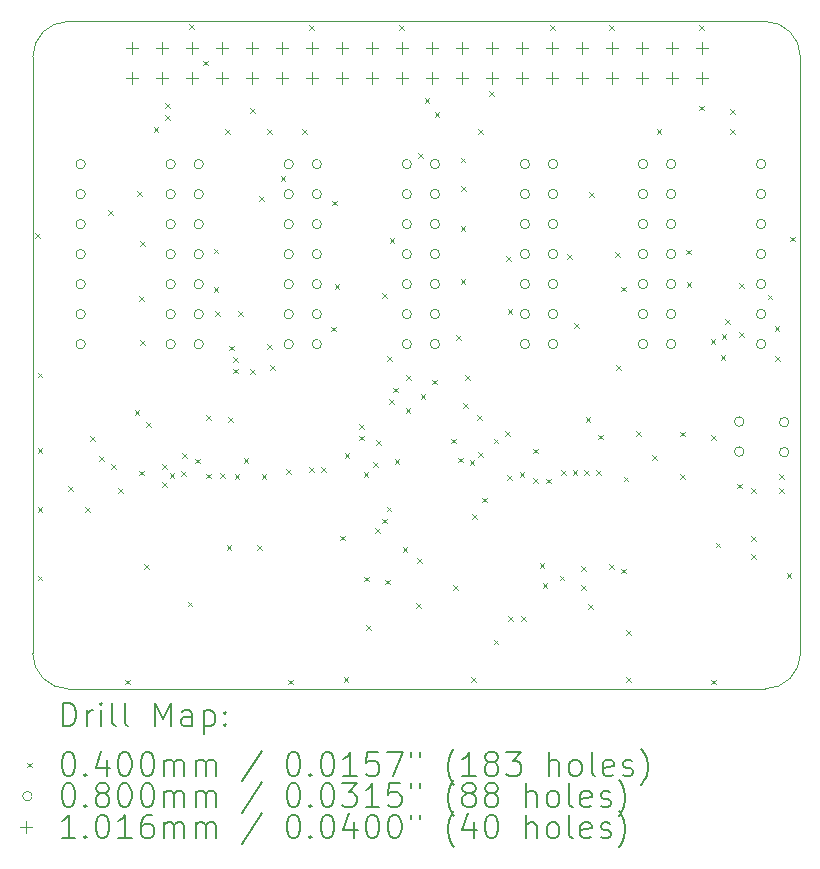
<source format=gbr>
%TF.GenerationSoftware,KiCad,Pcbnew,7.0.5*%
%TF.CreationDate,2023-08-04T21:05:31+03:00*%
%TF.ProjectId,ltp_kikad,6c74705f-6b69-46b6-9164-2e6b69636164,rev?*%
%TF.SameCoordinates,Original*%
%TF.FileFunction,Drillmap*%
%TF.FilePolarity,Positive*%
%FSLAX45Y45*%
G04 Gerber Fmt 4.5, Leading zero omitted, Abs format (unit mm)*
G04 Created by KiCad (PCBNEW 7.0.5) date 2023-08-04 21:05:31*
%MOMM*%
%LPD*%
G01*
G04 APERTURE LIST*
%ADD10C,0.100000*%
%ADD11C,0.200000*%
%ADD12C,0.040000*%
%ADD13C,0.080000*%
%ADD14C,0.101600*%
G04 APERTURE END LIST*
D10*
X18396680Y-7157220D02*
X18396680Y-5607220D01*
X18096680Y-10957220D02*
G75*
G03*
X18396680Y-10657220I0J300000D01*
G01*
X18396680Y-9057220D02*
X18396680Y-7157220D01*
X11896680Y-10657220D02*
G75*
G03*
X12196680Y-10957220I300000J0D01*
G01*
X18397020Y-10656360D02*
X18397020Y-9056360D01*
X18396680Y-5607220D02*
G75*
G03*
X18096680Y-5307220I-300000J0D01*
G01*
X12196680Y-5307220D02*
G75*
G03*
X11896680Y-5607220I0J-300000D01*
G01*
X18096680Y-5307220D02*
X12196680Y-5307220D01*
X18096680Y-10957220D02*
X12196680Y-10957220D01*
X11896680Y-10657220D02*
X11896680Y-5607220D01*
D11*
D12*
X11918700Y-7100000D02*
X11958700Y-7140000D01*
X11958700Y-7100000D02*
X11918700Y-7140000D01*
X11938700Y-8280000D02*
X11978700Y-8320000D01*
X11978700Y-8280000D02*
X11938700Y-8320000D01*
X11938700Y-8920000D02*
X11978700Y-8960000D01*
X11978700Y-8920000D02*
X11938700Y-8960000D01*
X11938700Y-9420000D02*
X11978700Y-9460000D01*
X11978700Y-9420000D02*
X11938700Y-9460000D01*
X11938700Y-10000000D02*
X11978700Y-10040000D01*
X11978700Y-10000000D02*
X11938700Y-10040000D01*
X12198700Y-9240000D02*
X12238700Y-9280000D01*
X12238700Y-9240000D02*
X12198700Y-9280000D01*
X12342665Y-9420000D02*
X12382665Y-9460000D01*
X12382665Y-9420000D02*
X12342665Y-9460000D01*
X12382665Y-8816035D02*
X12422665Y-8856035D01*
X12422665Y-8816035D02*
X12382665Y-8856035D01*
X12458700Y-8990148D02*
X12498700Y-9030148D01*
X12498700Y-8990148D02*
X12458700Y-9030148D01*
X12533700Y-6905000D02*
X12573700Y-6945000D01*
X12573700Y-6905000D02*
X12533700Y-6945000D01*
X12557901Y-9052450D02*
X12597901Y-9092450D01*
X12597901Y-9052450D02*
X12557901Y-9092450D01*
X12618700Y-9260000D02*
X12658700Y-9300000D01*
X12658700Y-9260000D02*
X12618700Y-9300000D01*
X12678700Y-10880000D02*
X12718700Y-10920000D01*
X12718700Y-10880000D02*
X12678700Y-10920000D01*
X12758700Y-8600000D02*
X12798700Y-8640000D01*
X12798700Y-8600000D02*
X12758700Y-8640000D01*
X12778700Y-6745000D02*
X12818700Y-6785000D01*
X12818700Y-6745000D02*
X12778700Y-6785000D01*
X12798700Y-7630000D02*
X12838700Y-7670000D01*
X12838700Y-7630000D02*
X12798700Y-7670000D01*
X12798700Y-9110000D02*
X12838700Y-9150000D01*
X12838700Y-9110000D02*
X12798700Y-9150000D01*
X12803700Y-7165000D02*
X12843700Y-7205000D01*
X12843700Y-7165000D02*
X12803700Y-7205000D01*
X12803700Y-8005000D02*
X12843700Y-8045000D01*
X12843700Y-8005000D02*
X12803700Y-8045000D01*
X12838700Y-9900000D02*
X12878700Y-9940000D01*
X12878700Y-9900000D02*
X12838700Y-9940000D01*
X12858700Y-8698710D02*
X12898700Y-8738710D01*
X12898700Y-8698710D02*
X12858700Y-8738710D01*
X12920590Y-6200000D02*
X12960590Y-6240000D01*
X12960590Y-6200000D02*
X12920590Y-6240000D01*
X12990504Y-9209536D02*
X13030504Y-9249536D01*
X13030504Y-9209536D02*
X12990504Y-9249536D01*
X12992520Y-9056252D02*
X13032520Y-9096252D01*
X13032520Y-9056252D02*
X12992520Y-9096252D01*
X13017470Y-6101230D02*
X13057470Y-6141230D01*
X13057470Y-6101230D02*
X13017470Y-6141230D01*
X13018700Y-6000000D02*
X13058700Y-6040000D01*
X13058700Y-6000000D02*
X13018700Y-6040000D01*
X13055655Y-9133738D02*
X13095655Y-9173738D01*
X13095655Y-9133738D02*
X13055655Y-9173738D01*
X13154099Y-9116449D02*
X13194099Y-9156449D01*
X13194099Y-9116449D02*
X13154099Y-9156449D01*
X13158700Y-8960000D02*
X13198700Y-9000000D01*
X13198700Y-8960000D02*
X13158700Y-9000000D01*
X13208700Y-10220000D02*
X13248700Y-10260000D01*
X13248700Y-10220000D02*
X13208700Y-10260000D01*
X13218700Y-5330000D02*
X13258700Y-5370000D01*
X13258700Y-5330000D02*
X13218700Y-5370000D01*
X13270075Y-9007550D02*
X13310075Y-9047550D01*
X13310075Y-9007550D02*
X13270075Y-9047550D01*
X13338700Y-5640000D02*
X13378700Y-5680000D01*
X13378700Y-5640000D02*
X13338700Y-5680000D01*
X13364222Y-8640000D02*
X13404222Y-8680000D01*
X13404222Y-8640000D02*
X13364222Y-8680000D01*
X13367615Y-9134885D02*
X13407615Y-9174885D01*
X13407615Y-9134885D02*
X13367615Y-9174885D01*
X13428700Y-7230000D02*
X13468700Y-7270000D01*
X13468700Y-7230000D02*
X13428700Y-7270000D01*
X13428700Y-7555000D02*
X13468700Y-7595000D01*
X13468700Y-7555000D02*
X13428700Y-7595000D01*
X13438700Y-7760000D02*
X13478700Y-7800000D01*
X13478700Y-7760000D02*
X13438700Y-7800000D01*
X13484070Y-9132690D02*
X13524070Y-9172690D01*
X13524070Y-9132690D02*
X13484070Y-9172690D01*
X13528700Y-6220000D02*
X13568700Y-6260000D01*
X13568700Y-6220000D02*
X13528700Y-6260000D01*
X13538700Y-9740000D02*
X13578700Y-9780000D01*
X13578700Y-9740000D02*
X13538700Y-9780000D01*
X13554122Y-8660000D02*
X13594122Y-8700000D01*
X13594122Y-8660000D02*
X13554122Y-8700000D01*
X13561250Y-8052680D02*
X13601250Y-8092680D01*
X13601250Y-8052680D02*
X13561250Y-8092680D01*
X13595430Y-8246407D02*
X13635430Y-8286407D01*
X13635430Y-8246407D02*
X13595430Y-8286407D01*
X13595832Y-8146457D02*
X13635832Y-8186457D01*
X13635832Y-8146457D02*
X13595832Y-8186457D01*
X13607100Y-9138437D02*
X13647100Y-9178437D01*
X13647100Y-9138437D02*
X13607100Y-9178437D01*
X13638700Y-7760000D02*
X13678700Y-7800000D01*
X13678700Y-7760000D02*
X13638700Y-7800000D01*
X13683300Y-9007050D02*
X13723300Y-9047050D01*
X13723300Y-9007050D02*
X13683300Y-9047050D01*
X13738700Y-6040000D02*
X13778700Y-6080000D01*
X13778700Y-6040000D02*
X13738700Y-6080000D01*
X13740340Y-8252450D02*
X13780340Y-8292450D01*
X13780340Y-8252450D02*
X13740340Y-8292450D01*
X13798700Y-9740000D02*
X13838700Y-9780000D01*
X13838700Y-9740000D02*
X13798700Y-9780000D01*
X13815231Y-6783400D02*
X13855231Y-6823400D01*
X13855231Y-6783400D02*
X13815231Y-6823400D01*
X13835700Y-9142050D02*
X13875700Y-9182050D01*
X13875700Y-9142050D02*
X13835700Y-9182050D01*
X13878700Y-6220000D02*
X13918700Y-6260000D01*
X13918700Y-6220000D02*
X13878700Y-6260000D01*
X13878700Y-8040000D02*
X13918700Y-8080000D01*
X13918700Y-8040000D02*
X13878700Y-8080000D01*
X13906250Y-8220000D02*
X13946250Y-8260000D01*
X13946250Y-8220000D02*
X13906250Y-8260000D01*
X13995745Y-6617045D02*
X14035745Y-6657045D01*
X14035745Y-6617045D02*
X13995745Y-6657045D01*
X14041750Y-9096950D02*
X14081750Y-9136950D01*
X14081750Y-9096950D02*
X14041750Y-9136950D01*
X14058700Y-10880000D02*
X14098700Y-10920000D01*
X14098700Y-10880000D02*
X14058700Y-10920000D01*
X14178700Y-6220000D02*
X14218700Y-6260000D01*
X14218700Y-6220000D02*
X14178700Y-6260000D01*
X14238700Y-5340000D02*
X14278700Y-5380000D01*
X14278700Y-5340000D02*
X14238700Y-5380000D01*
X14239930Y-9078770D02*
X14279930Y-9118770D01*
X14279930Y-9078770D02*
X14239930Y-9118770D01*
X14339872Y-9080015D02*
X14379872Y-9120015D01*
X14379872Y-9080015D02*
X14339872Y-9120015D01*
X14423700Y-7890000D02*
X14463700Y-7930000D01*
X14463700Y-7890000D02*
X14423700Y-7930000D01*
X14428700Y-6825000D02*
X14468700Y-6865000D01*
X14468700Y-6825000D02*
X14428700Y-6865000D01*
X14453700Y-7530000D02*
X14493700Y-7570000D01*
X14493700Y-7530000D02*
X14453700Y-7570000D01*
X14498700Y-9660000D02*
X14538700Y-9700000D01*
X14538700Y-9660000D02*
X14498700Y-9700000D01*
X14528700Y-10860000D02*
X14568700Y-10900000D01*
X14568700Y-10860000D02*
X14528700Y-10900000D01*
X14538364Y-8962598D02*
X14578364Y-9002598D01*
X14578364Y-8962598D02*
X14538364Y-9002598D01*
X14658053Y-8813658D02*
X14698053Y-8853658D01*
X14698053Y-8813658D02*
X14658053Y-8853658D01*
X14662780Y-8713819D02*
X14702780Y-8753819D01*
X14702780Y-8713819D02*
X14662780Y-8753819D01*
X14698700Y-9120000D02*
X14738700Y-9160000D01*
X14738700Y-9120000D02*
X14698700Y-9160000D01*
X14703700Y-10007450D02*
X14743700Y-10047450D01*
X14743700Y-10007450D02*
X14703700Y-10047450D01*
X14718700Y-10420000D02*
X14758700Y-10460000D01*
X14758700Y-10420000D02*
X14718700Y-10460000D01*
X14778700Y-9040000D02*
X14818700Y-9080000D01*
X14818700Y-9040000D02*
X14778700Y-9080000D01*
X14794377Y-9595956D02*
X14834377Y-9635956D01*
X14834377Y-9595956D02*
X14794377Y-9635956D01*
X14803830Y-8854870D02*
X14843830Y-8894870D01*
X14843830Y-8854870D02*
X14803830Y-8894870D01*
X14853700Y-7605000D02*
X14893700Y-7645000D01*
X14893700Y-7605000D02*
X14853700Y-7645000D01*
X14855315Y-9516493D02*
X14895315Y-9556493D01*
X14895315Y-9516493D02*
X14855315Y-9556493D01*
X14878647Y-10032550D02*
X14918647Y-10072550D01*
X14918647Y-10032550D02*
X14878647Y-10072550D01*
X14893015Y-9414315D02*
X14933015Y-9454315D01*
X14933015Y-9414315D02*
X14893015Y-9454315D01*
X14898700Y-8140000D02*
X14938700Y-8180000D01*
X14938700Y-8140000D02*
X14898700Y-8180000D01*
X14914571Y-8504129D02*
X14954571Y-8544129D01*
X14954571Y-8504129D02*
X14914571Y-8544129D01*
X14918700Y-7140000D02*
X14958700Y-7180000D01*
X14958700Y-7140000D02*
X14918700Y-7180000D01*
X14949514Y-8408191D02*
X14989514Y-8448191D01*
X14989514Y-8408191D02*
X14949514Y-8448191D01*
X14961102Y-9012141D02*
X15001102Y-9052141D01*
X15001102Y-9012141D02*
X14961102Y-9052141D01*
X14998700Y-5340000D02*
X15038700Y-5380000D01*
X15038700Y-5340000D02*
X14998700Y-5380000D01*
X15028700Y-9755000D02*
X15068700Y-9795000D01*
X15068700Y-9755000D02*
X15028700Y-9795000D01*
X15053700Y-8580000D02*
X15093700Y-8620000D01*
X15093700Y-8580000D02*
X15053700Y-8620000D01*
X15058700Y-8300000D02*
X15098700Y-8340000D01*
X15098700Y-8300000D02*
X15058700Y-8340000D01*
X15145803Y-10232897D02*
X15185803Y-10272897D01*
X15185803Y-10232897D02*
X15145803Y-10272897D01*
X15148700Y-9850000D02*
X15188700Y-9890000D01*
X15188700Y-9850000D02*
X15148700Y-9890000D01*
X15158700Y-6420000D02*
X15198700Y-6460000D01*
X15198700Y-6420000D02*
X15158700Y-6460000D01*
X15180560Y-8463120D02*
X15220560Y-8503120D01*
X15220560Y-8463120D02*
X15180560Y-8503120D01*
X15213620Y-5954920D02*
X15253620Y-5994920D01*
X15253620Y-5954920D02*
X15213620Y-5994920D01*
X15278700Y-8340000D02*
X15318700Y-8380000D01*
X15318700Y-8340000D02*
X15278700Y-8380000D01*
X15299870Y-6073590D02*
X15339870Y-6113590D01*
X15339870Y-6073590D02*
X15299870Y-6113590D01*
X15438386Y-8840314D02*
X15478386Y-8880314D01*
X15478386Y-8840314D02*
X15438386Y-8880314D01*
X15458700Y-10080000D02*
X15498700Y-10120000D01*
X15498700Y-10080000D02*
X15458700Y-10120000D01*
X15478700Y-7960000D02*
X15518700Y-8000000D01*
X15518700Y-7960000D02*
X15478700Y-8000000D01*
X15498700Y-9000050D02*
X15538700Y-9040050D01*
X15538700Y-9000050D02*
X15498700Y-9040050D01*
X15518700Y-6460000D02*
X15558700Y-6500000D01*
X15558700Y-6460000D02*
X15518700Y-6500000D01*
X15518700Y-7040000D02*
X15558700Y-7080000D01*
X15558700Y-7040000D02*
X15518700Y-7080000D01*
X15518700Y-7490000D02*
X15558700Y-7530000D01*
X15558700Y-7490000D02*
X15518700Y-7530000D01*
X15523700Y-6700000D02*
X15563700Y-6740000D01*
X15563700Y-6700000D02*
X15523700Y-6740000D01*
X15538700Y-8540000D02*
X15578700Y-8580000D01*
X15578700Y-8540000D02*
X15538700Y-8580000D01*
X15558700Y-8300000D02*
X15598700Y-8340000D01*
X15598700Y-8300000D02*
X15558700Y-8340000D01*
X15595680Y-9024235D02*
X15635680Y-9064235D01*
X15635680Y-9024235D02*
X15595680Y-9064235D01*
X15608700Y-10860000D02*
X15648700Y-10900000D01*
X15648700Y-10860000D02*
X15608700Y-10900000D01*
X15618700Y-9480000D02*
X15658700Y-9520000D01*
X15658700Y-9480000D02*
X15618700Y-9520000D01*
X15656560Y-8637860D02*
X15696560Y-8677860D01*
X15696560Y-8637860D02*
X15656560Y-8677860D01*
X15668070Y-8950630D02*
X15708070Y-8990630D01*
X15708070Y-8950630D02*
X15668070Y-8990630D01*
X15668700Y-6220000D02*
X15708700Y-6260000D01*
X15708700Y-6220000D02*
X15668700Y-6260000D01*
X15698700Y-9340000D02*
X15738700Y-9380000D01*
X15738700Y-9340000D02*
X15698700Y-9380000D01*
X15758700Y-5900000D02*
X15798700Y-5940000D01*
X15798700Y-5900000D02*
X15758700Y-5940000D01*
X15798700Y-8840000D02*
X15838700Y-8880000D01*
X15838700Y-8840000D02*
X15798700Y-8880000D01*
X15798700Y-10540000D02*
X15838700Y-10580000D01*
X15838700Y-10540000D02*
X15798700Y-10580000D01*
X15896800Y-8778100D02*
X15936800Y-8818100D01*
X15936800Y-8778100D02*
X15896800Y-8818100D01*
X15906150Y-7292105D02*
X15946150Y-7332105D01*
X15946150Y-7292105D02*
X15906150Y-7332105D01*
X15913890Y-9149400D02*
X15953890Y-9189400D01*
X15953890Y-9149400D02*
X15913890Y-9189400D01*
X15918105Y-7744405D02*
X15958105Y-7784405D01*
X15958105Y-7744405D02*
X15918105Y-7784405D01*
X15918700Y-10340000D02*
X15958700Y-10380000D01*
X15958700Y-10340000D02*
X15918700Y-10380000D01*
X16018700Y-9120000D02*
X16058700Y-9160000D01*
X16058700Y-9120000D02*
X16018700Y-9160000D01*
X16034593Y-10344107D02*
X16074593Y-10384107D01*
X16074593Y-10344107D02*
X16034593Y-10384107D01*
X16134400Y-9174800D02*
X16174400Y-9214800D01*
X16174400Y-9174800D02*
X16134400Y-9214800D01*
X16135650Y-8923050D02*
X16175650Y-8963050D01*
X16175650Y-8923050D02*
X16135650Y-8963050D01*
X16188110Y-9890590D02*
X16228110Y-9930590D01*
X16228110Y-9890590D02*
X16188110Y-9930590D01*
X16212691Y-10062727D02*
X16252691Y-10102727D01*
X16252691Y-10062727D02*
X16212691Y-10102727D01*
X16241440Y-9178842D02*
X16281440Y-9218842D01*
X16281440Y-9178842D02*
X16241440Y-9218842D01*
X16278700Y-5340000D02*
X16318700Y-5380000D01*
X16318700Y-5340000D02*
X16278700Y-5380000D01*
X16358700Y-10000000D02*
X16398700Y-10040000D01*
X16398700Y-10000000D02*
X16358700Y-10040000D01*
X16367989Y-9106110D02*
X16407989Y-9146110D01*
X16407989Y-9106110D02*
X16367989Y-9146110D01*
X16418700Y-7280000D02*
X16458700Y-7320000D01*
X16458700Y-7280000D02*
X16418700Y-7320000D01*
X16467940Y-9106110D02*
X16507940Y-9146110D01*
X16507940Y-9106110D02*
X16467940Y-9146110D01*
X16478700Y-7860000D02*
X16518700Y-7900000D01*
X16518700Y-7860000D02*
X16478700Y-7900000D01*
X16538700Y-9920000D02*
X16578700Y-9960000D01*
X16578700Y-9920000D02*
X16538700Y-9960000D01*
X16538700Y-10080000D02*
X16578700Y-10120000D01*
X16578700Y-10080000D02*
X16538700Y-10120000D01*
X16567890Y-9106110D02*
X16607890Y-9146110D01*
X16607890Y-9106110D02*
X16567890Y-9146110D01*
X16578700Y-8660000D02*
X16618700Y-8700000D01*
X16618700Y-8660000D02*
X16578700Y-8700000D01*
X16598700Y-10240000D02*
X16638700Y-10280000D01*
X16638700Y-10240000D02*
X16598700Y-10280000D01*
X16608700Y-6750000D02*
X16648700Y-6790000D01*
X16648700Y-6750000D02*
X16608700Y-6790000D01*
X16667840Y-9106110D02*
X16707840Y-9146110D01*
X16707840Y-9106110D02*
X16667840Y-9146110D01*
X16684931Y-8805550D02*
X16724931Y-8845550D01*
X16724931Y-8805550D02*
X16684931Y-8845550D01*
X16778700Y-5340000D02*
X16818700Y-5380000D01*
X16818700Y-5340000D02*
X16778700Y-5380000D01*
X16778700Y-9900000D02*
X16818700Y-9940000D01*
X16818700Y-9900000D02*
X16778700Y-9940000D01*
X16828700Y-7260000D02*
X16868700Y-7300000D01*
X16868700Y-7260000D02*
X16828700Y-7300000D01*
X16838700Y-8220000D02*
X16878700Y-8260000D01*
X16878700Y-8220000D02*
X16838700Y-8260000D01*
X16878700Y-7552710D02*
X16918700Y-7592710D01*
X16918700Y-7552710D02*
X16878700Y-7592710D01*
X16878700Y-9940000D02*
X16918700Y-9980000D01*
X16918700Y-9940000D02*
X16878700Y-9980000D01*
X16898700Y-9160000D02*
X16938700Y-9200000D01*
X16938700Y-9160000D02*
X16898700Y-9200000D01*
X16918700Y-10460000D02*
X16958700Y-10500000D01*
X16958700Y-10460000D02*
X16918700Y-10500000D01*
X16918700Y-10860000D02*
X16958700Y-10900000D01*
X16958700Y-10860000D02*
X16918700Y-10900000D01*
X17002556Y-8776144D02*
X17042556Y-8816144D01*
X17042556Y-8776144D02*
X17002556Y-8816144D01*
X17138700Y-8980000D02*
X17178700Y-9020000D01*
X17178700Y-8980000D02*
X17138700Y-9020000D01*
X17178700Y-6220000D02*
X17218700Y-6260000D01*
X17218700Y-6220000D02*
X17178700Y-6260000D01*
X17378700Y-8780000D02*
X17418700Y-8820000D01*
X17418700Y-8780000D02*
X17378700Y-8820000D01*
X17378700Y-9140000D02*
X17418700Y-9180000D01*
X17418700Y-9140000D02*
X17378700Y-9180000D01*
X17428700Y-7240000D02*
X17468700Y-7280000D01*
X17468700Y-7240000D02*
X17428700Y-7280000D01*
X17433700Y-7515000D02*
X17473700Y-7555000D01*
X17473700Y-7515000D02*
X17433700Y-7555000D01*
X17538700Y-5340000D02*
X17578700Y-5380000D01*
X17578700Y-5340000D02*
X17538700Y-5380000D01*
X17538700Y-6020000D02*
X17578700Y-6060000D01*
X17578700Y-6020000D02*
X17538700Y-6060000D01*
X17636150Y-7995674D02*
X17676150Y-8035674D01*
X17676150Y-7995674D02*
X17636150Y-8035674D01*
X17637714Y-8811006D02*
X17677714Y-8851006D01*
X17677714Y-8811006D02*
X17637714Y-8851006D01*
X17638700Y-10880000D02*
X17678700Y-10920000D01*
X17678700Y-10880000D02*
X17638700Y-10920000D01*
X17678700Y-9720000D02*
X17718700Y-9760000D01*
X17718700Y-9720000D02*
X17678700Y-9760000D01*
X17720200Y-8130092D02*
X17760200Y-8170092D01*
X17760200Y-8130092D02*
X17720200Y-8170092D01*
X17728548Y-7957561D02*
X17768548Y-7997561D01*
X17768548Y-7957561D02*
X17728548Y-7997561D01*
X17758700Y-7830000D02*
X17798700Y-7870000D01*
X17798700Y-7830000D02*
X17758700Y-7870000D01*
X17798700Y-6050000D02*
X17838700Y-6090000D01*
X17838700Y-6050000D02*
X17798700Y-6090000D01*
X17798700Y-6220000D02*
X17838700Y-6260000D01*
X17838700Y-6220000D02*
X17798700Y-6260000D01*
X17858700Y-9220000D02*
X17898700Y-9260000D01*
X17898700Y-9220000D02*
X17858700Y-9260000D01*
X17878700Y-7520000D02*
X17918700Y-7560000D01*
X17918700Y-7520000D02*
X17878700Y-7560000D01*
X17878700Y-7940000D02*
X17918700Y-7980000D01*
X17918700Y-7940000D02*
X17878700Y-7980000D01*
X17978700Y-9260000D02*
X18018700Y-9300000D01*
X18018700Y-9260000D02*
X17978700Y-9300000D01*
X17978700Y-9667550D02*
X18018700Y-9707550D01*
X18018700Y-9667550D02*
X17978700Y-9707550D01*
X17978700Y-9820000D02*
X18018700Y-9860000D01*
X18018700Y-9820000D02*
X17978700Y-9860000D01*
X18118700Y-7620000D02*
X18158700Y-7660000D01*
X18158700Y-7620000D02*
X18118700Y-7660000D01*
X18178700Y-7885000D02*
X18218700Y-7925000D01*
X18218700Y-7885000D02*
X18178700Y-7925000D01*
X18183700Y-8140000D02*
X18223700Y-8180000D01*
X18223700Y-8140000D02*
X18183700Y-8180000D01*
X18218700Y-9140000D02*
X18258700Y-9180000D01*
X18258700Y-9140000D02*
X18218700Y-9180000D01*
X18218700Y-9260000D02*
X18258700Y-9300000D01*
X18258700Y-9260000D02*
X18218700Y-9300000D01*
X18278700Y-9980000D02*
X18318700Y-10020000D01*
X18318700Y-9980000D02*
X18278700Y-10020000D01*
X18308700Y-7130000D02*
X18348700Y-7170000D01*
X18348700Y-7130000D02*
X18308700Y-7170000D01*
D13*
X12341700Y-6515000D02*
G75*
G03*
X12341700Y-6515000I-40000J0D01*
G01*
X12341700Y-6769000D02*
G75*
G03*
X12341700Y-6769000I-40000J0D01*
G01*
X12341700Y-7023000D02*
G75*
G03*
X12341700Y-7023000I-40000J0D01*
G01*
X12341700Y-7277000D02*
G75*
G03*
X12341700Y-7277000I-40000J0D01*
G01*
X12341700Y-7531000D02*
G75*
G03*
X12341700Y-7531000I-40000J0D01*
G01*
X12341700Y-7785000D02*
G75*
G03*
X12341700Y-7785000I-40000J0D01*
G01*
X12341700Y-8039000D02*
G75*
G03*
X12341700Y-8039000I-40000J0D01*
G01*
X13103700Y-6515000D02*
G75*
G03*
X13103700Y-6515000I-40000J0D01*
G01*
X13103700Y-6769000D02*
G75*
G03*
X13103700Y-6769000I-40000J0D01*
G01*
X13103700Y-7023000D02*
G75*
G03*
X13103700Y-7023000I-40000J0D01*
G01*
X13103700Y-7277000D02*
G75*
G03*
X13103700Y-7277000I-40000J0D01*
G01*
X13103700Y-7531000D02*
G75*
G03*
X13103700Y-7531000I-40000J0D01*
G01*
X13103700Y-7785000D02*
G75*
G03*
X13103700Y-7785000I-40000J0D01*
G01*
X13103700Y-8039000D02*
G75*
G03*
X13103700Y-8039000I-40000J0D01*
G01*
X13341700Y-6515000D02*
G75*
G03*
X13341700Y-6515000I-40000J0D01*
G01*
X13341700Y-6769000D02*
G75*
G03*
X13341700Y-6769000I-40000J0D01*
G01*
X13341700Y-7023000D02*
G75*
G03*
X13341700Y-7023000I-40000J0D01*
G01*
X13341700Y-7277000D02*
G75*
G03*
X13341700Y-7277000I-40000J0D01*
G01*
X13341700Y-7531000D02*
G75*
G03*
X13341700Y-7531000I-40000J0D01*
G01*
X13341700Y-7785000D02*
G75*
G03*
X13341700Y-7785000I-40000J0D01*
G01*
X13341700Y-8039000D02*
G75*
G03*
X13341700Y-8039000I-40000J0D01*
G01*
X14103700Y-6515000D02*
G75*
G03*
X14103700Y-6515000I-40000J0D01*
G01*
X14103700Y-6769000D02*
G75*
G03*
X14103700Y-6769000I-40000J0D01*
G01*
X14103700Y-7023000D02*
G75*
G03*
X14103700Y-7023000I-40000J0D01*
G01*
X14103700Y-7277000D02*
G75*
G03*
X14103700Y-7277000I-40000J0D01*
G01*
X14103700Y-7531000D02*
G75*
G03*
X14103700Y-7531000I-40000J0D01*
G01*
X14103700Y-7785000D02*
G75*
G03*
X14103700Y-7785000I-40000J0D01*
G01*
X14103700Y-8039000D02*
G75*
G03*
X14103700Y-8039000I-40000J0D01*
G01*
X14341700Y-6514960D02*
G75*
G03*
X14341700Y-6514960I-40000J0D01*
G01*
X14341700Y-6768960D02*
G75*
G03*
X14341700Y-6768960I-40000J0D01*
G01*
X14341700Y-7022960D02*
G75*
G03*
X14341700Y-7022960I-40000J0D01*
G01*
X14341700Y-7276960D02*
G75*
G03*
X14341700Y-7276960I-40000J0D01*
G01*
X14341700Y-7530960D02*
G75*
G03*
X14341700Y-7530960I-40000J0D01*
G01*
X14341700Y-7784960D02*
G75*
G03*
X14341700Y-7784960I-40000J0D01*
G01*
X14341700Y-8038960D02*
G75*
G03*
X14341700Y-8038960I-40000J0D01*
G01*
X15103700Y-6514960D02*
G75*
G03*
X15103700Y-6514960I-40000J0D01*
G01*
X15103700Y-6768960D02*
G75*
G03*
X15103700Y-6768960I-40000J0D01*
G01*
X15103700Y-7022960D02*
G75*
G03*
X15103700Y-7022960I-40000J0D01*
G01*
X15103700Y-7276960D02*
G75*
G03*
X15103700Y-7276960I-40000J0D01*
G01*
X15103700Y-7530960D02*
G75*
G03*
X15103700Y-7530960I-40000J0D01*
G01*
X15103700Y-7784960D02*
G75*
G03*
X15103700Y-7784960I-40000J0D01*
G01*
X15103700Y-8038960D02*
G75*
G03*
X15103700Y-8038960I-40000J0D01*
G01*
X15341700Y-6514960D02*
G75*
G03*
X15341700Y-6514960I-40000J0D01*
G01*
X15341700Y-6768960D02*
G75*
G03*
X15341700Y-6768960I-40000J0D01*
G01*
X15341700Y-7022960D02*
G75*
G03*
X15341700Y-7022960I-40000J0D01*
G01*
X15341700Y-7276960D02*
G75*
G03*
X15341700Y-7276960I-40000J0D01*
G01*
X15341700Y-7530960D02*
G75*
G03*
X15341700Y-7530960I-40000J0D01*
G01*
X15341700Y-7784960D02*
G75*
G03*
X15341700Y-7784960I-40000J0D01*
G01*
X15341700Y-8038960D02*
G75*
G03*
X15341700Y-8038960I-40000J0D01*
G01*
X16103700Y-6514960D02*
G75*
G03*
X16103700Y-6514960I-40000J0D01*
G01*
X16103700Y-6768960D02*
G75*
G03*
X16103700Y-6768960I-40000J0D01*
G01*
X16103700Y-7022960D02*
G75*
G03*
X16103700Y-7022960I-40000J0D01*
G01*
X16103700Y-7276960D02*
G75*
G03*
X16103700Y-7276960I-40000J0D01*
G01*
X16103700Y-7530960D02*
G75*
G03*
X16103700Y-7530960I-40000J0D01*
G01*
X16103700Y-7784960D02*
G75*
G03*
X16103700Y-7784960I-40000J0D01*
G01*
X16103700Y-8038960D02*
G75*
G03*
X16103700Y-8038960I-40000J0D01*
G01*
X16341700Y-6515000D02*
G75*
G03*
X16341700Y-6515000I-40000J0D01*
G01*
X16341700Y-6769000D02*
G75*
G03*
X16341700Y-6769000I-40000J0D01*
G01*
X16341700Y-7023000D02*
G75*
G03*
X16341700Y-7023000I-40000J0D01*
G01*
X16341700Y-7277000D02*
G75*
G03*
X16341700Y-7277000I-40000J0D01*
G01*
X16341700Y-7531000D02*
G75*
G03*
X16341700Y-7531000I-40000J0D01*
G01*
X16341700Y-7785000D02*
G75*
G03*
X16341700Y-7785000I-40000J0D01*
G01*
X16341700Y-8039000D02*
G75*
G03*
X16341700Y-8039000I-40000J0D01*
G01*
X17103700Y-6515000D02*
G75*
G03*
X17103700Y-6515000I-40000J0D01*
G01*
X17103700Y-6769000D02*
G75*
G03*
X17103700Y-6769000I-40000J0D01*
G01*
X17103700Y-7023000D02*
G75*
G03*
X17103700Y-7023000I-40000J0D01*
G01*
X17103700Y-7277000D02*
G75*
G03*
X17103700Y-7277000I-40000J0D01*
G01*
X17103700Y-7531000D02*
G75*
G03*
X17103700Y-7531000I-40000J0D01*
G01*
X17103700Y-7785000D02*
G75*
G03*
X17103700Y-7785000I-40000J0D01*
G01*
X17103700Y-8039000D02*
G75*
G03*
X17103700Y-8039000I-40000J0D01*
G01*
X17341700Y-6515000D02*
G75*
G03*
X17341700Y-6515000I-40000J0D01*
G01*
X17341700Y-6769000D02*
G75*
G03*
X17341700Y-6769000I-40000J0D01*
G01*
X17341700Y-7023000D02*
G75*
G03*
X17341700Y-7023000I-40000J0D01*
G01*
X17341700Y-7277000D02*
G75*
G03*
X17341700Y-7277000I-40000J0D01*
G01*
X17341700Y-7531000D02*
G75*
G03*
X17341700Y-7531000I-40000J0D01*
G01*
X17341700Y-7785000D02*
G75*
G03*
X17341700Y-7785000I-40000J0D01*
G01*
X17341700Y-8039000D02*
G75*
G03*
X17341700Y-8039000I-40000J0D01*
G01*
X17918700Y-8695000D02*
G75*
G03*
X17918700Y-8695000I-40000J0D01*
G01*
X17918700Y-8949000D02*
G75*
G03*
X17918700Y-8949000I-40000J0D01*
G01*
X18103700Y-6515000D02*
G75*
G03*
X18103700Y-6515000I-40000J0D01*
G01*
X18103700Y-6769000D02*
G75*
G03*
X18103700Y-6769000I-40000J0D01*
G01*
X18103700Y-7023000D02*
G75*
G03*
X18103700Y-7023000I-40000J0D01*
G01*
X18103700Y-7277000D02*
G75*
G03*
X18103700Y-7277000I-40000J0D01*
G01*
X18103700Y-7531000D02*
G75*
G03*
X18103700Y-7531000I-40000J0D01*
G01*
X18103700Y-7785000D02*
G75*
G03*
X18103700Y-7785000I-40000J0D01*
G01*
X18103700Y-8039000D02*
G75*
G03*
X18103700Y-8039000I-40000J0D01*
G01*
X18298700Y-8700000D02*
G75*
G03*
X18298700Y-8700000I-40000J0D01*
G01*
X18298700Y-8954000D02*
G75*
G03*
X18298700Y-8954000I-40000J0D01*
G01*
D14*
X12733000Y-5479200D02*
X12733000Y-5580800D01*
X12682200Y-5530000D02*
X12783800Y-5530000D01*
X12733000Y-5733200D02*
X12733000Y-5834800D01*
X12682200Y-5784000D02*
X12783800Y-5784000D01*
X12987000Y-5479200D02*
X12987000Y-5580800D01*
X12936200Y-5530000D02*
X13037800Y-5530000D01*
X12987000Y-5733200D02*
X12987000Y-5834800D01*
X12936200Y-5784000D02*
X13037800Y-5784000D01*
X13241000Y-5479200D02*
X13241000Y-5580800D01*
X13190200Y-5530000D02*
X13291800Y-5530000D01*
X13241000Y-5733200D02*
X13241000Y-5834800D01*
X13190200Y-5784000D02*
X13291800Y-5784000D01*
X13495000Y-5479200D02*
X13495000Y-5580800D01*
X13444200Y-5530000D02*
X13545800Y-5530000D01*
X13495000Y-5733200D02*
X13495000Y-5834800D01*
X13444200Y-5784000D02*
X13545800Y-5784000D01*
X13749000Y-5479200D02*
X13749000Y-5580800D01*
X13698200Y-5530000D02*
X13799800Y-5530000D01*
X13749000Y-5733200D02*
X13749000Y-5834800D01*
X13698200Y-5784000D02*
X13799800Y-5784000D01*
X14003000Y-5479200D02*
X14003000Y-5580800D01*
X13952200Y-5530000D02*
X14053800Y-5530000D01*
X14003000Y-5733200D02*
X14003000Y-5834800D01*
X13952200Y-5784000D02*
X14053800Y-5784000D01*
X14257000Y-5479200D02*
X14257000Y-5580800D01*
X14206200Y-5530000D02*
X14307800Y-5530000D01*
X14257000Y-5733200D02*
X14257000Y-5834800D01*
X14206200Y-5784000D02*
X14307800Y-5784000D01*
X14511000Y-5479200D02*
X14511000Y-5580800D01*
X14460200Y-5530000D02*
X14561800Y-5530000D01*
X14511000Y-5733200D02*
X14511000Y-5834800D01*
X14460200Y-5784000D02*
X14561800Y-5784000D01*
X14765000Y-5479200D02*
X14765000Y-5580800D01*
X14714200Y-5530000D02*
X14815800Y-5530000D01*
X14765000Y-5733200D02*
X14765000Y-5834800D01*
X14714200Y-5784000D02*
X14815800Y-5784000D01*
X15019000Y-5479200D02*
X15019000Y-5580800D01*
X14968200Y-5530000D02*
X15069800Y-5530000D01*
X15019000Y-5733200D02*
X15019000Y-5834800D01*
X14968200Y-5784000D02*
X15069800Y-5784000D01*
X15273000Y-5479200D02*
X15273000Y-5580800D01*
X15222200Y-5530000D02*
X15323800Y-5530000D01*
X15273000Y-5733200D02*
X15273000Y-5834800D01*
X15222200Y-5784000D02*
X15323800Y-5784000D01*
X15527000Y-5479200D02*
X15527000Y-5580800D01*
X15476200Y-5530000D02*
X15577800Y-5530000D01*
X15527000Y-5733200D02*
X15527000Y-5834800D01*
X15476200Y-5784000D02*
X15577800Y-5784000D01*
X15781000Y-5479200D02*
X15781000Y-5580800D01*
X15730200Y-5530000D02*
X15831800Y-5530000D01*
X15781000Y-5733200D02*
X15781000Y-5834800D01*
X15730200Y-5784000D02*
X15831800Y-5784000D01*
X16035000Y-5479200D02*
X16035000Y-5580800D01*
X15984200Y-5530000D02*
X16085800Y-5530000D01*
X16035000Y-5733200D02*
X16035000Y-5834800D01*
X15984200Y-5784000D02*
X16085800Y-5784000D01*
X16289000Y-5479200D02*
X16289000Y-5580800D01*
X16238200Y-5530000D02*
X16339800Y-5530000D01*
X16289000Y-5733200D02*
X16289000Y-5834800D01*
X16238200Y-5784000D02*
X16339800Y-5784000D01*
X16543000Y-5479200D02*
X16543000Y-5580800D01*
X16492200Y-5530000D02*
X16593800Y-5530000D01*
X16543000Y-5733200D02*
X16543000Y-5834800D01*
X16492200Y-5784000D02*
X16593800Y-5784000D01*
X16797000Y-5479200D02*
X16797000Y-5580800D01*
X16746200Y-5530000D02*
X16847800Y-5530000D01*
X16797000Y-5733200D02*
X16797000Y-5834800D01*
X16746200Y-5784000D02*
X16847800Y-5784000D01*
X17051000Y-5479200D02*
X17051000Y-5580800D01*
X17000200Y-5530000D02*
X17101800Y-5530000D01*
X17051000Y-5733200D02*
X17051000Y-5834800D01*
X17000200Y-5784000D02*
X17101800Y-5784000D01*
X17305000Y-5479200D02*
X17305000Y-5580800D01*
X17254200Y-5530000D02*
X17355800Y-5530000D01*
X17305000Y-5733200D02*
X17305000Y-5834800D01*
X17254200Y-5784000D02*
X17355800Y-5784000D01*
X17559000Y-5479200D02*
X17559000Y-5580800D01*
X17508200Y-5530000D02*
X17609800Y-5530000D01*
X17559000Y-5733200D02*
X17559000Y-5834800D01*
X17508200Y-5784000D02*
X17609800Y-5784000D01*
D11*
X12152457Y-11273704D02*
X12152457Y-11073704D01*
X12152457Y-11073704D02*
X12200076Y-11073704D01*
X12200076Y-11073704D02*
X12228647Y-11083228D01*
X12228647Y-11083228D02*
X12247695Y-11102275D01*
X12247695Y-11102275D02*
X12257219Y-11121323D01*
X12257219Y-11121323D02*
X12266742Y-11159418D01*
X12266742Y-11159418D02*
X12266742Y-11187989D01*
X12266742Y-11187989D02*
X12257219Y-11226085D01*
X12257219Y-11226085D02*
X12247695Y-11245132D01*
X12247695Y-11245132D02*
X12228647Y-11264180D01*
X12228647Y-11264180D02*
X12200076Y-11273704D01*
X12200076Y-11273704D02*
X12152457Y-11273704D01*
X12352457Y-11273704D02*
X12352457Y-11140370D01*
X12352457Y-11178466D02*
X12361981Y-11159418D01*
X12361981Y-11159418D02*
X12371504Y-11149894D01*
X12371504Y-11149894D02*
X12390552Y-11140370D01*
X12390552Y-11140370D02*
X12409600Y-11140370D01*
X12476266Y-11273704D02*
X12476266Y-11140370D01*
X12476266Y-11073704D02*
X12466742Y-11083228D01*
X12466742Y-11083228D02*
X12476266Y-11092751D01*
X12476266Y-11092751D02*
X12485790Y-11083228D01*
X12485790Y-11083228D02*
X12476266Y-11073704D01*
X12476266Y-11073704D02*
X12476266Y-11092751D01*
X12600076Y-11273704D02*
X12581028Y-11264180D01*
X12581028Y-11264180D02*
X12571504Y-11245132D01*
X12571504Y-11245132D02*
X12571504Y-11073704D01*
X12704838Y-11273704D02*
X12685790Y-11264180D01*
X12685790Y-11264180D02*
X12676266Y-11245132D01*
X12676266Y-11245132D02*
X12676266Y-11073704D01*
X12933409Y-11273704D02*
X12933409Y-11073704D01*
X12933409Y-11073704D02*
X13000076Y-11216561D01*
X13000076Y-11216561D02*
X13066742Y-11073704D01*
X13066742Y-11073704D02*
X13066742Y-11273704D01*
X13247695Y-11273704D02*
X13247695Y-11168942D01*
X13247695Y-11168942D02*
X13238171Y-11149894D01*
X13238171Y-11149894D02*
X13219123Y-11140370D01*
X13219123Y-11140370D02*
X13181028Y-11140370D01*
X13181028Y-11140370D02*
X13161981Y-11149894D01*
X13247695Y-11264180D02*
X13228647Y-11273704D01*
X13228647Y-11273704D02*
X13181028Y-11273704D01*
X13181028Y-11273704D02*
X13161981Y-11264180D01*
X13161981Y-11264180D02*
X13152457Y-11245132D01*
X13152457Y-11245132D02*
X13152457Y-11226085D01*
X13152457Y-11226085D02*
X13161981Y-11207037D01*
X13161981Y-11207037D02*
X13181028Y-11197513D01*
X13181028Y-11197513D02*
X13228647Y-11197513D01*
X13228647Y-11197513D02*
X13247695Y-11187989D01*
X13342933Y-11140370D02*
X13342933Y-11340370D01*
X13342933Y-11149894D02*
X13361981Y-11140370D01*
X13361981Y-11140370D02*
X13400076Y-11140370D01*
X13400076Y-11140370D02*
X13419123Y-11149894D01*
X13419123Y-11149894D02*
X13428647Y-11159418D01*
X13428647Y-11159418D02*
X13438171Y-11178466D01*
X13438171Y-11178466D02*
X13438171Y-11235608D01*
X13438171Y-11235608D02*
X13428647Y-11254656D01*
X13428647Y-11254656D02*
X13419123Y-11264180D01*
X13419123Y-11264180D02*
X13400076Y-11273704D01*
X13400076Y-11273704D02*
X13361981Y-11273704D01*
X13361981Y-11273704D02*
X13342933Y-11264180D01*
X13523885Y-11254656D02*
X13533409Y-11264180D01*
X13533409Y-11264180D02*
X13523885Y-11273704D01*
X13523885Y-11273704D02*
X13514362Y-11264180D01*
X13514362Y-11264180D02*
X13523885Y-11254656D01*
X13523885Y-11254656D02*
X13523885Y-11273704D01*
X13523885Y-11149894D02*
X13533409Y-11159418D01*
X13533409Y-11159418D02*
X13523885Y-11168942D01*
X13523885Y-11168942D02*
X13514362Y-11159418D01*
X13514362Y-11159418D02*
X13523885Y-11149894D01*
X13523885Y-11149894D02*
X13523885Y-11168942D01*
D12*
X11851680Y-11582220D02*
X11891680Y-11622220D01*
X11891680Y-11582220D02*
X11851680Y-11622220D01*
D11*
X12190552Y-11493704D02*
X12209600Y-11493704D01*
X12209600Y-11493704D02*
X12228647Y-11503228D01*
X12228647Y-11503228D02*
X12238171Y-11512751D01*
X12238171Y-11512751D02*
X12247695Y-11531799D01*
X12247695Y-11531799D02*
X12257219Y-11569894D01*
X12257219Y-11569894D02*
X12257219Y-11617513D01*
X12257219Y-11617513D02*
X12247695Y-11655608D01*
X12247695Y-11655608D02*
X12238171Y-11674656D01*
X12238171Y-11674656D02*
X12228647Y-11684180D01*
X12228647Y-11684180D02*
X12209600Y-11693704D01*
X12209600Y-11693704D02*
X12190552Y-11693704D01*
X12190552Y-11693704D02*
X12171504Y-11684180D01*
X12171504Y-11684180D02*
X12161981Y-11674656D01*
X12161981Y-11674656D02*
X12152457Y-11655608D01*
X12152457Y-11655608D02*
X12142933Y-11617513D01*
X12142933Y-11617513D02*
X12142933Y-11569894D01*
X12142933Y-11569894D02*
X12152457Y-11531799D01*
X12152457Y-11531799D02*
X12161981Y-11512751D01*
X12161981Y-11512751D02*
X12171504Y-11503228D01*
X12171504Y-11503228D02*
X12190552Y-11493704D01*
X12342933Y-11674656D02*
X12352457Y-11684180D01*
X12352457Y-11684180D02*
X12342933Y-11693704D01*
X12342933Y-11693704D02*
X12333409Y-11684180D01*
X12333409Y-11684180D02*
X12342933Y-11674656D01*
X12342933Y-11674656D02*
X12342933Y-11693704D01*
X12523885Y-11560370D02*
X12523885Y-11693704D01*
X12476266Y-11484180D02*
X12428647Y-11627037D01*
X12428647Y-11627037D02*
X12552457Y-11627037D01*
X12666742Y-11493704D02*
X12685790Y-11493704D01*
X12685790Y-11493704D02*
X12704838Y-11503228D01*
X12704838Y-11503228D02*
X12714362Y-11512751D01*
X12714362Y-11512751D02*
X12723885Y-11531799D01*
X12723885Y-11531799D02*
X12733409Y-11569894D01*
X12733409Y-11569894D02*
X12733409Y-11617513D01*
X12733409Y-11617513D02*
X12723885Y-11655608D01*
X12723885Y-11655608D02*
X12714362Y-11674656D01*
X12714362Y-11674656D02*
X12704838Y-11684180D01*
X12704838Y-11684180D02*
X12685790Y-11693704D01*
X12685790Y-11693704D02*
X12666742Y-11693704D01*
X12666742Y-11693704D02*
X12647695Y-11684180D01*
X12647695Y-11684180D02*
X12638171Y-11674656D01*
X12638171Y-11674656D02*
X12628647Y-11655608D01*
X12628647Y-11655608D02*
X12619123Y-11617513D01*
X12619123Y-11617513D02*
X12619123Y-11569894D01*
X12619123Y-11569894D02*
X12628647Y-11531799D01*
X12628647Y-11531799D02*
X12638171Y-11512751D01*
X12638171Y-11512751D02*
X12647695Y-11503228D01*
X12647695Y-11503228D02*
X12666742Y-11493704D01*
X12857219Y-11493704D02*
X12876266Y-11493704D01*
X12876266Y-11493704D02*
X12895314Y-11503228D01*
X12895314Y-11503228D02*
X12904838Y-11512751D01*
X12904838Y-11512751D02*
X12914362Y-11531799D01*
X12914362Y-11531799D02*
X12923885Y-11569894D01*
X12923885Y-11569894D02*
X12923885Y-11617513D01*
X12923885Y-11617513D02*
X12914362Y-11655608D01*
X12914362Y-11655608D02*
X12904838Y-11674656D01*
X12904838Y-11674656D02*
X12895314Y-11684180D01*
X12895314Y-11684180D02*
X12876266Y-11693704D01*
X12876266Y-11693704D02*
X12857219Y-11693704D01*
X12857219Y-11693704D02*
X12838171Y-11684180D01*
X12838171Y-11684180D02*
X12828647Y-11674656D01*
X12828647Y-11674656D02*
X12819123Y-11655608D01*
X12819123Y-11655608D02*
X12809600Y-11617513D01*
X12809600Y-11617513D02*
X12809600Y-11569894D01*
X12809600Y-11569894D02*
X12819123Y-11531799D01*
X12819123Y-11531799D02*
X12828647Y-11512751D01*
X12828647Y-11512751D02*
X12838171Y-11503228D01*
X12838171Y-11503228D02*
X12857219Y-11493704D01*
X13009600Y-11693704D02*
X13009600Y-11560370D01*
X13009600Y-11579418D02*
X13019123Y-11569894D01*
X13019123Y-11569894D02*
X13038171Y-11560370D01*
X13038171Y-11560370D02*
X13066743Y-11560370D01*
X13066743Y-11560370D02*
X13085790Y-11569894D01*
X13085790Y-11569894D02*
X13095314Y-11588942D01*
X13095314Y-11588942D02*
X13095314Y-11693704D01*
X13095314Y-11588942D02*
X13104838Y-11569894D01*
X13104838Y-11569894D02*
X13123885Y-11560370D01*
X13123885Y-11560370D02*
X13152457Y-11560370D01*
X13152457Y-11560370D02*
X13171504Y-11569894D01*
X13171504Y-11569894D02*
X13181028Y-11588942D01*
X13181028Y-11588942D02*
X13181028Y-11693704D01*
X13276266Y-11693704D02*
X13276266Y-11560370D01*
X13276266Y-11579418D02*
X13285790Y-11569894D01*
X13285790Y-11569894D02*
X13304838Y-11560370D01*
X13304838Y-11560370D02*
X13333409Y-11560370D01*
X13333409Y-11560370D02*
X13352457Y-11569894D01*
X13352457Y-11569894D02*
X13361981Y-11588942D01*
X13361981Y-11588942D02*
X13361981Y-11693704D01*
X13361981Y-11588942D02*
X13371504Y-11569894D01*
X13371504Y-11569894D02*
X13390552Y-11560370D01*
X13390552Y-11560370D02*
X13419123Y-11560370D01*
X13419123Y-11560370D02*
X13438171Y-11569894D01*
X13438171Y-11569894D02*
X13447695Y-11588942D01*
X13447695Y-11588942D02*
X13447695Y-11693704D01*
X13838171Y-11484180D02*
X13666743Y-11741323D01*
X14095314Y-11493704D02*
X14114362Y-11493704D01*
X14114362Y-11493704D02*
X14133409Y-11503228D01*
X14133409Y-11503228D02*
X14142933Y-11512751D01*
X14142933Y-11512751D02*
X14152457Y-11531799D01*
X14152457Y-11531799D02*
X14161981Y-11569894D01*
X14161981Y-11569894D02*
X14161981Y-11617513D01*
X14161981Y-11617513D02*
X14152457Y-11655608D01*
X14152457Y-11655608D02*
X14142933Y-11674656D01*
X14142933Y-11674656D02*
X14133409Y-11684180D01*
X14133409Y-11684180D02*
X14114362Y-11693704D01*
X14114362Y-11693704D02*
X14095314Y-11693704D01*
X14095314Y-11693704D02*
X14076266Y-11684180D01*
X14076266Y-11684180D02*
X14066743Y-11674656D01*
X14066743Y-11674656D02*
X14057219Y-11655608D01*
X14057219Y-11655608D02*
X14047695Y-11617513D01*
X14047695Y-11617513D02*
X14047695Y-11569894D01*
X14047695Y-11569894D02*
X14057219Y-11531799D01*
X14057219Y-11531799D02*
X14066743Y-11512751D01*
X14066743Y-11512751D02*
X14076266Y-11503228D01*
X14076266Y-11503228D02*
X14095314Y-11493704D01*
X14247695Y-11674656D02*
X14257219Y-11684180D01*
X14257219Y-11684180D02*
X14247695Y-11693704D01*
X14247695Y-11693704D02*
X14238171Y-11684180D01*
X14238171Y-11684180D02*
X14247695Y-11674656D01*
X14247695Y-11674656D02*
X14247695Y-11693704D01*
X14381028Y-11493704D02*
X14400076Y-11493704D01*
X14400076Y-11493704D02*
X14419124Y-11503228D01*
X14419124Y-11503228D02*
X14428647Y-11512751D01*
X14428647Y-11512751D02*
X14438171Y-11531799D01*
X14438171Y-11531799D02*
X14447695Y-11569894D01*
X14447695Y-11569894D02*
X14447695Y-11617513D01*
X14447695Y-11617513D02*
X14438171Y-11655608D01*
X14438171Y-11655608D02*
X14428647Y-11674656D01*
X14428647Y-11674656D02*
X14419124Y-11684180D01*
X14419124Y-11684180D02*
X14400076Y-11693704D01*
X14400076Y-11693704D02*
X14381028Y-11693704D01*
X14381028Y-11693704D02*
X14361981Y-11684180D01*
X14361981Y-11684180D02*
X14352457Y-11674656D01*
X14352457Y-11674656D02*
X14342933Y-11655608D01*
X14342933Y-11655608D02*
X14333409Y-11617513D01*
X14333409Y-11617513D02*
X14333409Y-11569894D01*
X14333409Y-11569894D02*
X14342933Y-11531799D01*
X14342933Y-11531799D02*
X14352457Y-11512751D01*
X14352457Y-11512751D02*
X14361981Y-11503228D01*
X14361981Y-11503228D02*
X14381028Y-11493704D01*
X14638171Y-11693704D02*
X14523886Y-11693704D01*
X14581028Y-11693704D02*
X14581028Y-11493704D01*
X14581028Y-11493704D02*
X14561981Y-11522275D01*
X14561981Y-11522275D02*
X14542933Y-11541323D01*
X14542933Y-11541323D02*
X14523886Y-11550847D01*
X14819124Y-11493704D02*
X14723886Y-11493704D01*
X14723886Y-11493704D02*
X14714362Y-11588942D01*
X14714362Y-11588942D02*
X14723886Y-11579418D01*
X14723886Y-11579418D02*
X14742933Y-11569894D01*
X14742933Y-11569894D02*
X14790552Y-11569894D01*
X14790552Y-11569894D02*
X14809600Y-11579418D01*
X14809600Y-11579418D02*
X14819124Y-11588942D01*
X14819124Y-11588942D02*
X14828647Y-11607989D01*
X14828647Y-11607989D02*
X14828647Y-11655608D01*
X14828647Y-11655608D02*
X14819124Y-11674656D01*
X14819124Y-11674656D02*
X14809600Y-11684180D01*
X14809600Y-11684180D02*
X14790552Y-11693704D01*
X14790552Y-11693704D02*
X14742933Y-11693704D01*
X14742933Y-11693704D02*
X14723886Y-11684180D01*
X14723886Y-11684180D02*
X14714362Y-11674656D01*
X14895314Y-11493704D02*
X15028647Y-11493704D01*
X15028647Y-11493704D02*
X14942933Y-11693704D01*
X15095314Y-11493704D02*
X15095314Y-11531799D01*
X15171505Y-11493704D02*
X15171505Y-11531799D01*
X15466743Y-11769894D02*
X15457219Y-11760370D01*
X15457219Y-11760370D02*
X15438171Y-11731799D01*
X15438171Y-11731799D02*
X15428648Y-11712751D01*
X15428648Y-11712751D02*
X15419124Y-11684180D01*
X15419124Y-11684180D02*
X15409600Y-11636561D01*
X15409600Y-11636561D02*
X15409600Y-11598466D01*
X15409600Y-11598466D02*
X15419124Y-11550847D01*
X15419124Y-11550847D02*
X15428648Y-11522275D01*
X15428648Y-11522275D02*
X15438171Y-11503228D01*
X15438171Y-11503228D02*
X15457219Y-11474656D01*
X15457219Y-11474656D02*
X15466743Y-11465132D01*
X15647695Y-11693704D02*
X15533409Y-11693704D01*
X15590552Y-11693704D02*
X15590552Y-11493704D01*
X15590552Y-11493704D02*
X15571505Y-11522275D01*
X15571505Y-11522275D02*
X15552457Y-11541323D01*
X15552457Y-11541323D02*
X15533409Y-11550847D01*
X15761981Y-11579418D02*
X15742933Y-11569894D01*
X15742933Y-11569894D02*
X15733409Y-11560370D01*
X15733409Y-11560370D02*
X15723886Y-11541323D01*
X15723886Y-11541323D02*
X15723886Y-11531799D01*
X15723886Y-11531799D02*
X15733409Y-11512751D01*
X15733409Y-11512751D02*
X15742933Y-11503228D01*
X15742933Y-11503228D02*
X15761981Y-11493704D01*
X15761981Y-11493704D02*
X15800076Y-11493704D01*
X15800076Y-11493704D02*
X15819124Y-11503228D01*
X15819124Y-11503228D02*
X15828648Y-11512751D01*
X15828648Y-11512751D02*
X15838171Y-11531799D01*
X15838171Y-11531799D02*
X15838171Y-11541323D01*
X15838171Y-11541323D02*
X15828648Y-11560370D01*
X15828648Y-11560370D02*
X15819124Y-11569894D01*
X15819124Y-11569894D02*
X15800076Y-11579418D01*
X15800076Y-11579418D02*
X15761981Y-11579418D01*
X15761981Y-11579418D02*
X15742933Y-11588942D01*
X15742933Y-11588942D02*
X15733409Y-11598466D01*
X15733409Y-11598466D02*
X15723886Y-11617513D01*
X15723886Y-11617513D02*
X15723886Y-11655608D01*
X15723886Y-11655608D02*
X15733409Y-11674656D01*
X15733409Y-11674656D02*
X15742933Y-11684180D01*
X15742933Y-11684180D02*
X15761981Y-11693704D01*
X15761981Y-11693704D02*
X15800076Y-11693704D01*
X15800076Y-11693704D02*
X15819124Y-11684180D01*
X15819124Y-11684180D02*
X15828648Y-11674656D01*
X15828648Y-11674656D02*
X15838171Y-11655608D01*
X15838171Y-11655608D02*
X15838171Y-11617513D01*
X15838171Y-11617513D02*
X15828648Y-11598466D01*
X15828648Y-11598466D02*
X15819124Y-11588942D01*
X15819124Y-11588942D02*
X15800076Y-11579418D01*
X15904838Y-11493704D02*
X16028648Y-11493704D01*
X16028648Y-11493704D02*
X15961981Y-11569894D01*
X15961981Y-11569894D02*
X15990552Y-11569894D01*
X15990552Y-11569894D02*
X16009600Y-11579418D01*
X16009600Y-11579418D02*
X16019124Y-11588942D01*
X16019124Y-11588942D02*
X16028648Y-11607989D01*
X16028648Y-11607989D02*
X16028648Y-11655608D01*
X16028648Y-11655608D02*
X16019124Y-11674656D01*
X16019124Y-11674656D02*
X16009600Y-11684180D01*
X16009600Y-11684180D02*
X15990552Y-11693704D01*
X15990552Y-11693704D02*
X15933409Y-11693704D01*
X15933409Y-11693704D02*
X15914362Y-11684180D01*
X15914362Y-11684180D02*
X15904838Y-11674656D01*
X16266743Y-11693704D02*
X16266743Y-11493704D01*
X16352457Y-11693704D02*
X16352457Y-11588942D01*
X16352457Y-11588942D02*
X16342933Y-11569894D01*
X16342933Y-11569894D02*
X16323886Y-11560370D01*
X16323886Y-11560370D02*
X16295314Y-11560370D01*
X16295314Y-11560370D02*
X16276267Y-11569894D01*
X16276267Y-11569894D02*
X16266743Y-11579418D01*
X16476267Y-11693704D02*
X16457219Y-11684180D01*
X16457219Y-11684180D02*
X16447695Y-11674656D01*
X16447695Y-11674656D02*
X16438171Y-11655608D01*
X16438171Y-11655608D02*
X16438171Y-11598466D01*
X16438171Y-11598466D02*
X16447695Y-11579418D01*
X16447695Y-11579418D02*
X16457219Y-11569894D01*
X16457219Y-11569894D02*
X16476267Y-11560370D01*
X16476267Y-11560370D02*
X16504838Y-11560370D01*
X16504838Y-11560370D02*
X16523886Y-11569894D01*
X16523886Y-11569894D02*
X16533410Y-11579418D01*
X16533410Y-11579418D02*
X16542933Y-11598466D01*
X16542933Y-11598466D02*
X16542933Y-11655608D01*
X16542933Y-11655608D02*
X16533410Y-11674656D01*
X16533410Y-11674656D02*
X16523886Y-11684180D01*
X16523886Y-11684180D02*
X16504838Y-11693704D01*
X16504838Y-11693704D02*
X16476267Y-11693704D01*
X16657219Y-11693704D02*
X16638171Y-11684180D01*
X16638171Y-11684180D02*
X16628648Y-11665132D01*
X16628648Y-11665132D02*
X16628648Y-11493704D01*
X16809600Y-11684180D02*
X16790553Y-11693704D01*
X16790553Y-11693704D02*
X16752457Y-11693704D01*
X16752457Y-11693704D02*
X16733410Y-11684180D01*
X16733410Y-11684180D02*
X16723886Y-11665132D01*
X16723886Y-11665132D02*
X16723886Y-11588942D01*
X16723886Y-11588942D02*
X16733410Y-11569894D01*
X16733410Y-11569894D02*
X16752457Y-11560370D01*
X16752457Y-11560370D02*
X16790553Y-11560370D01*
X16790553Y-11560370D02*
X16809600Y-11569894D01*
X16809600Y-11569894D02*
X16819124Y-11588942D01*
X16819124Y-11588942D02*
X16819124Y-11607989D01*
X16819124Y-11607989D02*
X16723886Y-11627037D01*
X16895314Y-11684180D02*
X16914362Y-11693704D01*
X16914362Y-11693704D02*
X16952457Y-11693704D01*
X16952457Y-11693704D02*
X16971505Y-11684180D01*
X16971505Y-11684180D02*
X16981029Y-11665132D01*
X16981029Y-11665132D02*
X16981029Y-11655608D01*
X16981029Y-11655608D02*
X16971505Y-11636561D01*
X16971505Y-11636561D02*
X16952457Y-11627037D01*
X16952457Y-11627037D02*
X16923886Y-11627037D01*
X16923886Y-11627037D02*
X16904838Y-11617513D01*
X16904838Y-11617513D02*
X16895314Y-11598466D01*
X16895314Y-11598466D02*
X16895314Y-11588942D01*
X16895314Y-11588942D02*
X16904838Y-11569894D01*
X16904838Y-11569894D02*
X16923886Y-11560370D01*
X16923886Y-11560370D02*
X16952457Y-11560370D01*
X16952457Y-11560370D02*
X16971505Y-11569894D01*
X17047695Y-11769894D02*
X17057219Y-11760370D01*
X17057219Y-11760370D02*
X17076267Y-11731799D01*
X17076267Y-11731799D02*
X17085791Y-11712751D01*
X17085791Y-11712751D02*
X17095314Y-11684180D01*
X17095314Y-11684180D02*
X17104838Y-11636561D01*
X17104838Y-11636561D02*
X17104838Y-11598466D01*
X17104838Y-11598466D02*
X17095314Y-11550847D01*
X17095314Y-11550847D02*
X17085791Y-11522275D01*
X17085791Y-11522275D02*
X17076267Y-11503228D01*
X17076267Y-11503228D02*
X17057219Y-11474656D01*
X17057219Y-11474656D02*
X17047695Y-11465132D01*
D13*
X11891680Y-11866220D02*
G75*
G03*
X11891680Y-11866220I-40000J0D01*
G01*
D11*
X12190552Y-11757704D02*
X12209600Y-11757704D01*
X12209600Y-11757704D02*
X12228647Y-11767228D01*
X12228647Y-11767228D02*
X12238171Y-11776751D01*
X12238171Y-11776751D02*
X12247695Y-11795799D01*
X12247695Y-11795799D02*
X12257219Y-11833894D01*
X12257219Y-11833894D02*
X12257219Y-11881513D01*
X12257219Y-11881513D02*
X12247695Y-11919608D01*
X12247695Y-11919608D02*
X12238171Y-11938656D01*
X12238171Y-11938656D02*
X12228647Y-11948180D01*
X12228647Y-11948180D02*
X12209600Y-11957704D01*
X12209600Y-11957704D02*
X12190552Y-11957704D01*
X12190552Y-11957704D02*
X12171504Y-11948180D01*
X12171504Y-11948180D02*
X12161981Y-11938656D01*
X12161981Y-11938656D02*
X12152457Y-11919608D01*
X12152457Y-11919608D02*
X12142933Y-11881513D01*
X12142933Y-11881513D02*
X12142933Y-11833894D01*
X12142933Y-11833894D02*
X12152457Y-11795799D01*
X12152457Y-11795799D02*
X12161981Y-11776751D01*
X12161981Y-11776751D02*
X12171504Y-11767228D01*
X12171504Y-11767228D02*
X12190552Y-11757704D01*
X12342933Y-11938656D02*
X12352457Y-11948180D01*
X12352457Y-11948180D02*
X12342933Y-11957704D01*
X12342933Y-11957704D02*
X12333409Y-11948180D01*
X12333409Y-11948180D02*
X12342933Y-11938656D01*
X12342933Y-11938656D02*
X12342933Y-11957704D01*
X12466742Y-11843418D02*
X12447695Y-11833894D01*
X12447695Y-11833894D02*
X12438171Y-11824370D01*
X12438171Y-11824370D02*
X12428647Y-11805323D01*
X12428647Y-11805323D02*
X12428647Y-11795799D01*
X12428647Y-11795799D02*
X12438171Y-11776751D01*
X12438171Y-11776751D02*
X12447695Y-11767228D01*
X12447695Y-11767228D02*
X12466742Y-11757704D01*
X12466742Y-11757704D02*
X12504838Y-11757704D01*
X12504838Y-11757704D02*
X12523885Y-11767228D01*
X12523885Y-11767228D02*
X12533409Y-11776751D01*
X12533409Y-11776751D02*
X12542933Y-11795799D01*
X12542933Y-11795799D02*
X12542933Y-11805323D01*
X12542933Y-11805323D02*
X12533409Y-11824370D01*
X12533409Y-11824370D02*
X12523885Y-11833894D01*
X12523885Y-11833894D02*
X12504838Y-11843418D01*
X12504838Y-11843418D02*
X12466742Y-11843418D01*
X12466742Y-11843418D02*
X12447695Y-11852942D01*
X12447695Y-11852942D02*
X12438171Y-11862466D01*
X12438171Y-11862466D02*
X12428647Y-11881513D01*
X12428647Y-11881513D02*
X12428647Y-11919608D01*
X12428647Y-11919608D02*
X12438171Y-11938656D01*
X12438171Y-11938656D02*
X12447695Y-11948180D01*
X12447695Y-11948180D02*
X12466742Y-11957704D01*
X12466742Y-11957704D02*
X12504838Y-11957704D01*
X12504838Y-11957704D02*
X12523885Y-11948180D01*
X12523885Y-11948180D02*
X12533409Y-11938656D01*
X12533409Y-11938656D02*
X12542933Y-11919608D01*
X12542933Y-11919608D02*
X12542933Y-11881513D01*
X12542933Y-11881513D02*
X12533409Y-11862466D01*
X12533409Y-11862466D02*
X12523885Y-11852942D01*
X12523885Y-11852942D02*
X12504838Y-11843418D01*
X12666742Y-11757704D02*
X12685790Y-11757704D01*
X12685790Y-11757704D02*
X12704838Y-11767228D01*
X12704838Y-11767228D02*
X12714362Y-11776751D01*
X12714362Y-11776751D02*
X12723885Y-11795799D01*
X12723885Y-11795799D02*
X12733409Y-11833894D01*
X12733409Y-11833894D02*
X12733409Y-11881513D01*
X12733409Y-11881513D02*
X12723885Y-11919608D01*
X12723885Y-11919608D02*
X12714362Y-11938656D01*
X12714362Y-11938656D02*
X12704838Y-11948180D01*
X12704838Y-11948180D02*
X12685790Y-11957704D01*
X12685790Y-11957704D02*
X12666742Y-11957704D01*
X12666742Y-11957704D02*
X12647695Y-11948180D01*
X12647695Y-11948180D02*
X12638171Y-11938656D01*
X12638171Y-11938656D02*
X12628647Y-11919608D01*
X12628647Y-11919608D02*
X12619123Y-11881513D01*
X12619123Y-11881513D02*
X12619123Y-11833894D01*
X12619123Y-11833894D02*
X12628647Y-11795799D01*
X12628647Y-11795799D02*
X12638171Y-11776751D01*
X12638171Y-11776751D02*
X12647695Y-11767228D01*
X12647695Y-11767228D02*
X12666742Y-11757704D01*
X12857219Y-11757704D02*
X12876266Y-11757704D01*
X12876266Y-11757704D02*
X12895314Y-11767228D01*
X12895314Y-11767228D02*
X12904838Y-11776751D01*
X12904838Y-11776751D02*
X12914362Y-11795799D01*
X12914362Y-11795799D02*
X12923885Y-11833894D01*
X12923885Y-11833894D02*
X12923885Y-11881513D01*
X12923885Y-11881513D02*
X12914362Y-11919608D01*
X12914362Y-11919608D02*
X12904838Y-11938656D01*
X12904838Y-11938656D02*
X12895314Y-11948180D01*
X12895314Y-11948180D02*
X12876266Y-11957704D01*
X12876266Y-11957704D02*
X12857219Y-11957704D01*
X12857219Y-11957704D02*
X12838171Y-11948180D01*
X12838171Y-11948180D02*
X12828647Y-11938656D01*
X12828647Y-11938656D02*
X12819123Y-11919608D01*
X12819123Y-11919608D02*
X12809600Y-11881513D01*
X12809600Y-11881513D02*
X12809600Y-11833894D01*
X12809600Y-11833894D02*
X12819123Y-11795799D01*
X12819123Y-11795799D02*
X12828647Y-11776751D01*
X12828647Y-11776751D02*
X12838171Y-11767228D01*
X12838171Y-11767228D02*
X12857219Y-11757704D01*
X13009600Y-11957704D02*
X13009600Y-11824370D01*
X13009600Y-11843418D02*
X13019123Y-11833894D01*
X13019123Y-11833894D02*
X13038171Y-11824370D01*
X13038171Y-11824370D02*
X13066743Y-11824370D01*
X13066743Y-11824370D02*
X13085790Y-11833894D01*
X13085790Y-11833894D02*
X13095314Y-11852942D01*
X13095314Y-11852942D02*
X13095314Y-11957704D01*
X13095314Y-11852942D02*
X13104838Y-11833894D01*
X13104838Y-11833894D02*
X13123885Y-11824370D01*
X13123885Y-11824370D02*
X13152457Y-11824370D01*
X13152457Y-11824370D02*
X13171504Y-11833894D01*
X13171504Y-11833894D02*
X13181028Y-11852942D01*
X13181028Y-11852942D02*
X13181028Y-11957704D01*
X13276266Y-11957704D02*
X13276266Y-11824370D01*
X13276266Y-11843418D02*
X13285790Y-11833894D01*
X13285790Y-11833894D02*
X13304838Y-11824370D01*
X13304838Y-11824370D02*
X13333409Y-11824370D01*
X13333409Y-11824370D02*
X13352457Y-11833894D01*
X13352457Y-11833894D02*
X13361981Y-11852942D01*
X13361981Y-11852942D02*
X13361981Y-11957704D01*
X13361981Y-11852942D02*
X13371504Y-11833894D01*
X13371504Y-11833894D02*
X13390552Y-11824370D01*
X13390552Y-11824370D02*
X13419123Y-11824370D01*
X13419123Y-11824370D02*
X13438171Y-11833894D01*
X13438171Y-11833894D02*
X13447695Y-11852942D01*
X13447695Y-11852942D02*
X13447695Y-11957704D01*
X13838171Y-11748180D02*
X13666743Y-12005323D01*
X14095314Y-11757704D02*
X14114362Y-11757704D01*
X14114362Y-11757704D02*
X14133409Y-11767228D01*
X14133409Y-11767228D02*
X14142933Y-11776751D01*
X14142933Y-11776751D02*
X14152457Y-11795799D01*
X14152457Y-11795799D02*
X14161981Y-11833894D01*
X14161981Y-11833894D02*
X14161981Y-11881513D01*
X14161981Y-11881513D02*
X14152457Y-11919608D01*
X14152457Y-11919608D02*
X14142933Y-11938656D01*
X14142933Y-11938656D02*
X14133409Y-11948180D01*
X14133409Y-11948180D02*
X14114362Y-11957704D01*
X14114362Y-11957704D02*
X14095314Y-11957704D01*
X14095314Y-11957704D02*
X14076266Y-11948180D01*
X14076266Y-11948180D02*
X14066743Y-11938656D01*
X14066743Y-11938656D02*
X14057219Y-11919608D01*
X14057219Y-11919608D02*
X14047695Y-11881513D01*
X14047695Y-11881513D02*
X14047695Y-11833894D01*
X14047695Y-11833894D02*
X14057219Y-11795799D01*
X14057219Y-11795799D02*
X14066743Y-11776751D01*
X14066743Y-11776751D02*
X14076266Y-11767228D01*
X14076266Y-11767228D02*
X14095314Y-11757704D01*
X14247695Y-11938656D02*
X14257219Y-11948180D01*
X14257219Y-11948180D02*
X14247695Y-11957704D01*
X14247695Y-11957704D02*
X14238171Y-11948180D01*
X14238171Y-11948180D02*
X14247695Y-11938656D01*
X14247695Y-11938656D02*
X14247695Y-11957704D01*
X14381028Y-11757704D02*
X14400076Y-11757704D01*
X14400076Y-11757704D02*
X14419124Y-11767228D01*
X14419124Y-11767228D02*
X14428647Y-11776751D01*
X14428647Y-11776751D02*
X14438171Y-11795799D01*
X14438171Y-11795799D02*
X14447695Y-11833894D01*
X14447695Y-11833894D02*
X14447695Y-11881513D01*
X14447695Y-11881513D02*
X14438171Y-11919608D01*
X14438171Y-11919608D02*
X14428647Y-11938656D01*
X14428647Y-11938656D02*
X14419124Y-11948180D01*
X14419124Y-11948180D02*
X14400076Y-11957704D01*
X14400076Y-11957704D02*
X14381028Y-11957704D01*
X14381028Y-11957704D02*
X14361981Y-11948180D01*
X14361981Y-11948180D02*
X14352457Y-11938656D01*
X14352457Y-11938656D02*
X14342933Y-11919608D01*
X14342933Y-11919608D02*
X14333409Y-11881513D01*
X14333409Y-11881513D02*
X14333409Y-11833894D01*
X14333409Y-11833894D02*
X14342933Y-11795799D01*
X14342933Y-11795799D02*
X14352457Y-11776751D01*
X14352457Y-11776751D02*
X14361981Y-11767228D01*
X14361981Y-11767228D02*
X14381028Y-11757704D01*
X14514362Y-11757704D02*
X14638171Y-11757704D01*
X14638171Y-11757704D02*
X14571505Y-11833894D01*
X14571505Y-11833894D02*
X14600076Y-11833894D01*
X14600076Y-11833894D02*
X14619124Y-11843418D01*
X14619124Y-11843418D02*
X14628647Y-11852942D01*
X14628647Y-11852942D02*
X14638171Y-11871989D01*
X14638171Y-11871989D02*
X14638171Y-11919608D01*
X14638171Y-11919608D02*
X14628647Y-11938656D01*
X14628647Y-11938656D02*
X14619124Y-11948180D01*
X14619124Y-11948180D02*
X14600076Y-11957704D01*
X14600076Y-11957704D02*
X14542933Y-11957704D01*
X14542933Y-11957704D02*
X14523886Y-11948180D01*
X14523886Y-11948180D02*
X14514362Y-11938656D01*
X14828647Y-11957704D02*
X14714362Y-11957704D01*
X14771505Y-11957704D02*
X14771505Y-11757704D01*
X14771505Y-11757704D02*
X14752457Y-11786275D01*
X14752457Y-11786275D02*
X14733409Y-11805323D01*
X14733409Y-11805323D02*
X14714362Y-11814847D01*
X15009600Y-11757704D02*
X14914362Y-11757704D01*
X14914362Y-11757704D02*
X14904838Y-11852942D01*
X14904838Y-11852942D02*
X14914362Y-11843418D01*
X14914362Y-11843418D02*
X14933409Y-11833894D01*
X14933409Y-11833894D02*
X14981028Y-11833894D01*
X14981028Y-11833894D02*
X15000076Y-11843418D01*
X15000076Y-11843418D02*
X15009600Y-11852942D01*
X15009600Y-11852942D02*
X15019124Y-11871989D01*
X15019124Y-11871989D02*
X15019124Y-11919608D01*
X15019124Y-11919608D02*
X15009600Y-11938656D01*
X15009600Y-11938656D02*
X15000076Y-11948180D01*
X15000076Y-11948180D02*
X14981028Y-11957704D01*
X14981028Y-11957704D02*
X14933409Y-11957704D01*
X14933409Y-11957704D02*
X14914362Y-11948180D01*
X14914362Y-11948180D02*
X14904838Y-11938656D01*
X15095314Y-11757704D02*
X15095314Y-11795799D01*
X15171505Y-11757704D02*
X15171505Y-11795799D01*
X15466743Y-12033894D02*
X15457219Y-12024370D01*
X15457219Y-12024370D02*
X15438171Y-11995799D01*
X15438171Y-11995799D02*
X15428648Y-11976751D01*
X15428648Y-11976751D02*
X15419124Y-11948180D01*
X15419124Y-11948180D02*
X15409600Y-11900561D01*
X15409600Y-11900561D02*
X15409600Y-11862466D01*
X15409600Y-11862466D02*
X15419124Y-11814847D01*
X15419124Y-11814847D02*
X15428648Y-11786275D01*
X15428648Y-11786275D02*
X15438171Y-11767228D01*
X15438171Y-11767228D02*
X15457219Y-11738656D01*
X15457219Y-11738656D02*
X15466743Y-11729132D01*
X15571505Y-11843418D02*
X15552457Y-11833894D01*
X15552457Y-11833894D02*
X15542933Y-11824370D01*
X15542933Y-11824370D02*
X15533409Y-11805323D01*
X15533409Y-11805323D02*
X15533409Y-11795799D01*
X15533409Y-11795799D02*
X15542933Y-11776751D01*
X15542933Y-11776751D02*
X15552457Y-11767228D01*
X15552457Y-11767228D02*
X15571505Y-11757704D01*
X15571505Y-11757704D02*
X15609600Y-11757704D01*
X15609600Y-11757704D02*
X15628648Y-11767228D01*
X15628648Y-11767228D02*
X15638171Y-11776751D01*
X15638171Y-11776751D02*
X15647695Y-11795799D01*
X15647695Y-11795799D02*
X15647695Y-11805323D01*
X15647695Y-11805323D02*
X15638171Y-11824370D01*
X15638171Y-11824370D02*
X15628648Y-11833894D01*
X15628648Y-11833894D02*
X15609600Y-11843418D01*
X15609600Y-11843418D02*
X15571505Y-11843418D01*
X15571505Y-11843418D02*
X15552457Y-11852942D01*
X15552457Y-11852942D02*
X15542933Y-11862466D01*
X15542933Y-11862466D02*
X15533409Y-11881513D01*
X15533409Y-11881513D02*
X15533409Y-11919608D01*
X15533409Y-11919608D02*
X15542933Y-11938656D01*
X15542933Y-11938656D02*
X15552457Y-11948180D01*
X15552457Y-11948180D02*
X15571505Y-11957704D01*
X15571505Y-11957704D02*
X15609600Y-11957704D01*
X15609600Y-11957704D02*
X15628648Y-11948180D01*
X15628648Y-11948180D02*
X15638171Y-11938656D01*
X15638171Y-11938656D02*
X15647695Y-11919608D01*
X15647695Y-11919608D02*
X15647695Y-11881513D01*
X15647695Y-11881513D02*
X15638171Y-11862466D01*
X15638171Y-11862466D02*
X15628648Y-11852942D01*
X15628648Y-11852942D02*
X15609600Y-11843418D01*
X15761981Y-11843418D02*
X15742933Y-11833894D01*
X15742933Y-11833894D02*
X15733409Y-11824370D01*
X15733409Y-11824370D02*
X15723886Y-11805323D01*
X15723886Y-11805323D02*
X15723886Y-11795799D01*
X15723886Y-11795799D02*
X15733409Y-11776751D01*
X15733409Y-11776751D02*
X15742933Y-11767228D01*
X15742933Y-11767228D02*
X15761981Y-11757704D01*
X15761981Y-11757704D02*
X15800076Y-11757704D01*
X15800076Y-11757704D02*
X15819124Y-11767228D01*
X15819124Y-11767228D02*
X15828648Y-11776751D01*
X15828648Y-11776751D02*
X15838171Y-11795799D01*
X15838171Y-11795799D02*
X15838171Y-11805323D01*
X15838171Y-11805323D02*
X15828648Y-11824370D01*
X15828648Y-11824370D02*
X15819124Y-11833894D01*
X15819124Y-11833894D02*
X15800076Y-11843418D01*
X15800076Y-11843418D02*
X15761981Y-11843418D01*
X15761981Y-11843418D02*
X15742933Y-11852942D01*
X15742933Y-11852942D02*
X15733409Y-11862466D01*
X15733409Y-11862466D02*
X15723886Y-11881513D01*
X15723886Y-11881513D02*
X15723886Y-11919608D01*
X15723886Y-11919608D02*
X15733409Y-11938656D01*
X15733409Y-11938656D02*
X15742933Y-11948180D01*
X15742933Y-11948180D02*
X15761981Y-11957704D01*
X15761981Y-11957704D02*
X15800076Y-11957704D01*
X15800076Y-11957704D02*
X15819124Y-11948180D01*
X15819124Y-11948180D02*
X15828648Y-11938656D01*
X15828648Y-11938656D02*
X15838171Y-11919608D01*
X15838171Y-11919608D02*
X15838171Y-11881513D01*
X15838171Y-11881513D02*
X15828648Y-11862466D01*
X15828648Y-11862466D02*
X15819124Y-11852942D01*
X15819124Y-11852942D02*
X15800076Y-11843418D01*
X16076267Y-11957704D02*
X16076267Y-11757704D01*
X16161981Y-11957704D02*
X16161981Y-11852942D01*
X16161981Y-11852942D02*
X16152457Y-11833894D01*
X16152457Y-11833894D02*
X16133410Y-11824370D01*
X16133410Y-11824370D02*
X16104838Y-11824370D01*
X16104838Y-11824370D02*
X16085790Y-11833894D01*
X16085790Y-11833894D02*
X16076267Y-11843418D01*
X16285790Y-11957704D02*
X16266743Y-11948180D01*
X16266743Y-11948180D02*
X16257219Y-11938656D01*
X16257219Y-11938656D02*
X16247695Y-11919608D01*
X16247695Y-11919608D02*
X16247695Y-11862466D01*
X16247695Y-11862466D02*
X16257219Y-11843418D01*
X16257219Y-11843418D02*
X16266743Y-11833894D01*
X16266743Y-11833894D02*
X16285790Y-11824370D01*
X16285790Y-11824370D02*
X16314362Y-11824370D01*
X16314362Y-11824370D02*
X16333410Y-11833894D01*
X16333410Y-11833894D02*
X16342933Y-11843418D01*
X16342933Y-11843418D02*
X16352457Y-11862466D01*
X16352457Y-11862466D02*
X16352457Y-11919608D01*
X16352457Y-11919608D02*
X16342933Y-11938656D01*
X16342933Y-11938656D02*
X16333410Y-11948180D01*
X16333410Y-11948180D02*
X16314362Y-11957704D01*
X16314362Y-11957704D02*
X16285790Y-11957704D01*
X16466743Y-11957704D02*
X16447695Y-11948180D01*
X16447695Y-11948180D02*
X16438171Y-11929132D01*
X16438171Y-11929132D02*
X16438171Y-11757704D01*
X16619124Y-11948180D02*
X16600076Y-11957704D01*
X16600076Y-11957704D02*
X16561981Y-11957704D01*
X16561981Y-11957704D02*
X16542933Y-11948180D01*
X16542933Y-11948180D02*
X16533410Y-11929132D01*
X16533410Y-11929132D02*
X16533410Y-11852942D01*
X16533410Y-11852942D02*
X16542933Y-11833894D01*
X16542933Y-11833894D02*
X16561981Y-11824370D01*
X16561981Y-11824370D02*
X16600076Y-11824370D01*
X16600076Y-11824370D02*
X16619124Y-11833894D01*
X16619124Y-11833894D02*
X16628648Y-11852942D01*
X16628648Y-11852942D02*
X16628648Y-11871989D01*
X16628648Y-11871989D02*
X16533410Y-11891037D01*
X16704838Y-11948180D02*
X16723886Y-11957704D01*
X16723886Y-11957704D02*
X16761981Y-11957704D01*
X16761981Y-11957704D02*
X16781029Y-11948180D01*
X16781029Y-11948180D02*
X16790553Y-11929132D01*
X16790553Y-11929132D02*
X16790553Y-11919608D01*
X16790553Y-11919608D02*
X16781029Y-11900561D01*
X16781029Y-11900561D02*
X16761981Y-11891037D01*
X16761981Y-11891037D02*
X16733410Y-11891037D01*
X16733410Y-11891037D02*
X16714362Y-11881513D01*
X16714362Y-11881513D02*
X16704838Y-11862466D01*
X16704838Y-11862466D02*
X16704838Y-11852942D01*
X16704838Y-11852942D02*
X16714362Y-11833894D01*
X16714362Y-11833894D02*
X16733410Y-11824370D01*
X16733410Y-11824370D02*
X16761981Y-11824370D01*
X16761981Y-11824370D02*
X16781029Y-11833894D01*
X16857219Y-12033894D02*
X16866743Y-12024370D01*
X16866743Y-12024370D02*
X16885791Y-11995799D01*
X16885791Y-11995799D02*
X16895314Y-11976751D01*
X16895314Y-11976751D02*
X16904838Y-11948180D01*
X16904838Y-11948180D02*
X16914362Y-11900561D01*
X16914362Y-11900561D02*
X16914362Y-11862466D01*
X16914362Y-11862466D02*
X16904838Y-11814847D01*
X16904838Y-11814847D02*
X16895314Y-11786275D01*
X16895314Y-11786275D02*
X16885791Y-11767228D01*
X16885791Y-11767228D02*
X16866743Y-11738656D01*
X16866743Y-11738656D02*
X16857219Y-11729132D01*
D14*
X11840880Y-12079420D02*
X11840880Y-12181020D01*
X11790080Y-12130220D02*
X11891680Y-12130220D01*
D11*
X12257219Y-12221704D02*
X12142933Y-12221704D01*
X12200076Y-12221704D02*
X12200076Y-12021704D01*
X12200076Y-12021704D02*
X12181028Y-12050275D01*
X12181028Y-12050275D02*
X12161981Y-12069323D01*
X12161981Y-12069323D02*
X12142933Y-12078847D01*
X12342933Y-12202656D02*
X12352457Y-12212180D01*
X12352457Y-12212180D02*
X12342933Y-12221704D01*
X12342933Y-12221704D02*
X12333409Y-12212180D01*
X12333409Y-12212180D02*
X12342933Y-12202656D01*
X12342933Y-12202656D02*
X12342933Y-12221704D01*
X12476266Y-12021704D02*
X12495314Y-12021704D01*
X12495314Y-12021704D02*
X12514362Y-12031228D01*
X12514362Y-12031228D02*
X12523885Y-12040751D01*
X12523885Y-12040751D02*
X12533409Y-12059799D01*
X12533409Y-12059799D02*
X12542933Y-12097894D01*
X12542933Y-12097894D02*
X12542933Y-12145513D01*
X12542933Y-12145513D02*
X12533409Y-12183608D01*
X12533409Y-12183608D02*
X12523885Y-12202656D01*
X12523885Y-12202656D02*
X12514362Y-12212180D01*
X12514362Y-12212180D02*
X12495314Y-12221704D01*
X12495314Y-12221704D02*
X12476266Y-12221704D01*
X12476266Y-12221704D02*
X12457219Y-12212180D01*
X12457219Y-12212180D02*
X12447695Y-12202656D01*
X12447695Y-12202656D02*
X12438171Y-12183608D01*
X12438171Y-12183608D02*
X12428647Y-12145513D01*
X12428647Y-12145513D02*
X12428647Y-12097894D01*
X12428647Y-12097894D02*
X12438171Y-12059799D01*
X12438171Y-12059799D02*
X12447695Y-12040751D01*
X12447695Y-12040751D02*
X12457219Y-12031228D01*
X12457219Y-12031228D02*
X12476266Y-12021704D01*
X12733409Y-12221704D02*
X12619123Y-12221704D01*
X12676266Y-12221704D02*
X12676266Y-12021704D01*
X12676266Y-12021704D02*
X12657219Y-12050275D01*
X12657219Y-12050275D02*
X12638171Y-12069323D01*
X12638171Y-12069323D02*
X12619123Y-12078847D01*
X12904838Y-12021704D02*
X12866742Y-12021704D01*
X12866742Y-12021704D02*
X12847695Y-12031228D01*
X12847695Y-12031228D02*
X12838171Y-12040751D01*
X12838171Y-12040751D02*
X12819123Y-12069323D01*
X12819123Y-12069323D02*
X12809600Y-12107418D01*
X12809600Y-12107418D02*
X12809600Y-12183608D01*
X12809600Y-12183608D02*
X12819123Y-12202656D01*
X12819123Y-12202656D02*
X12828647Y-12212180D01*
X12828647Y-12212180D02*
X12847695Y-12221704D01*
X12847695Y-12221704D02*
X12885790Y-12221704D01*
X12885790Y-12221704D02*
X12904838Y-12212180D01*
X12904838Y-12212180D02*
X12914362Y-12202656D01*
X12914362Y-12202656D02*
X12923885Y-12183608D01*
X12923885Y-12183608D02*
X12923885Y-12135989D01*
X12923885Y-12135989D02*
X12914362Y-12116942D01*
X12914362Y-12116942D02*
X12904838Y-12107418D01*
X12904838Y-12107418D02*
X12885790Y-12097894D01*
X12885790Y-12097894D02*
X12847695Y-12097894D01*
X12847695Y-12097894D02*
X12828647Y-12107418D01*
X12828647Y-12107418D02*
X12819123Y-12116942D01*
X12819123Y-12116942D02*
X12809600Y-12135989D01*
X13009600Y-12221704D02*
X13009600Y-12088370D01*
X13009600Y-12107418D02*
X13019123Y-12097894D01*
X13019123Y-12097894D02*
X13038171Y-12088370D01*
X13038171Y-12088370D02*
X13066743Y-12088370D01*
X13066743Y-12088370D02*
X13085790Y-12097894D01*
X13085790Y-12097894D02*
X13095314Y-12116942D01*
X13095314Y-12116942D02*
X13095314Y-12221704D01*
X13095314Y-12116942D02*
X13104838Y-12097894D01*
X13104838Y-12097894D02*
X13123885Y-12088370D01*
X13123885Y-12088370D02*
X13152457Y-12088370D01*
X13152457Y-12088370D02*
X13171504Y-12097894D01*
X13171504Y-12097894D02*
X13181028Y-12116942D01*
X13181028Y-12116942D02*
X13181028Y-12221704D01*
X13276266Y-12221704D02*
X13276266Y-12088370D01*
X13276266Y-12107418D02*
X13285790Y-12097894D01*
X13285790Y-12097894D02*
X13304838Y-12088370D01*
X13304838Y-12088370D02*
X13333409Y-12088370D01*
X13333409Y-12088370D02*
X13352457Y-12097894D01*
X13352457Y-12097894D02*
X13361981Y-12116942D01*
X13361981Y-12116942D02*
X13361981Y-12221704D01*
X13361981Y-12116942D02*
X13371504Y-12097894D01*
X13371504Y-12097894D02*
X13390552Y-12088370D01*
X13390552Y-12088370D02*
X13419123Y-12088370D01*
X13419123Y-12088370D02*
X13438171Y-12097894D01*
X13438171Y-12097894D02*
X13447695Y-12116942D01*
X13447695Y-12116942D02*
X13447695Y-12221704D01*
X13838171Y-12012180D02*
X13666743Y-12269323D01*
X14095314Y-12021704D02*
X14114362Y-12021704D01*
X14114362Y-12021704D02*
X14133409Y-12031228D01*
X14133409Y-12031228D02*
X14142933Y-12040751D01*
X14142933Y-12040751D02*
X14152457Y-12059799D01*
X14152457Y-12059799D02*
X14161981Y-12097894D01*
X14161981Y-12097894D02*
X14161981Y-12145513D01*
X14161981Y-12145513D02*
X14152457Y-12183608D01*
X14152457Y-12183608D02*
X14142933Y-12202656D01*
X14142933Y-12202656D02*
X14133409Y-12212180D01*
X14133409Y-12212180D02*
X14114362Y-12221704D01*
X14114362Y-12221704D02*
X14095314Y-12221704D01*
X14095314Y-12221704D02*
X14076266Y-12212180D01*
X14076266Y-12212180D02*
X14066743Y-12202656D01*
X14066743Y-12202656D02*
X14057219Y-12183608D01*
X14057219Y-12183608D02*
X14047695Y-12145513D01*
X14047695Y-12145513D02*
X14047695Y-12097894D01*
X14047695Y-12097894D02*
X14057219Y-12059799D01*
X14057219Y-12059799D02*
X14066743Y-12040751D01*
X14066743Y-12040751D02*
X14076266Y-12031228D01*
X14076266Y-12031228D02*
X14095314Y-12021704D01*
X14247695Y-12202656D02*
X14257219Y-12212180D01*
X14257219Y-12212180D02*
X14247695Y-12221704D01*
X14247695Y-12221704D02*
X14238171Y-12212180D01*
X14238171Y-12212180D02*
X14247695Y-12202656D01*
X14247695Y-12202656D02*
X14247695Y-12221704D01*
X14381028Y-12021704D02*
X14400076Y-12021704D01*
X14400076Y-12021704D02*
X14419124Y-12031228D01*
X14419124Y-12031228D02*
X14428647Y-12040751D01*
X14428647Y-12040751D02*
X14438171Y-12059799D01*
X14438171Y-12059799D02*
X14447695Y-12097894D01*
X14447695Y-12097894D02*
X14447695Y-12145513D01*
X14447695Y-12145513D02*
X14438171Y-12183608D01*
X14438171Y-12183608D02*
X14428647Y-12202656D01*
X14428647Y-12202656D02*
X14419124Y-12212180D01*
X14419124Y-12212180D02*
X14400076Y-12221704D01*
X14400076Y-12221704D02*
X14381028Y-12221704D01*
X14381028Y-12221704D02*
X14361981Y-12212180D01*
X14361981Y-12212180D02*
X14352457Y-12202656D01*
X14352457Y-12202656D02*
X14342933Y-12183608D01*
X14342933Y-12183608D02*
X14333409Y-12145513D01*
X14333409Y-12145513D02*
X14333409Y-12097894D01*
X14333409Y-12097894D02*
X14342933Y-12059799D01*
X14342933Y-12059799D02*
X14352457Y-12040751D01*
X14352457Y-12040751D02*
X14361981Y-12031228D01*
X14361981Y-12031228D02*
X14381028Y-12021704D01*
X14619124Y-12088370D02*
X14619124Y-12221704D01*
X14571505Y-12012180D02*
X14523886Y-12155037D01*
X14523886Y-12155037D02*
X14647695Y-12155037D01*
X14761981Y-12021704D02*
X14781028Y-12021704D01*
X14781028Y-12021704D02*
X14800076Y-12031228D01*
X14800076Y-12031228D02*
X14809600Y-12040751D01*
X14809600Y-12040751D02*
X14819124Y-12059799D01*
X14819124Y-12059799D02*
X14828647Y-12097894D01*
X14828647Y-12097894D02*
X14828647Y-12145513D01*
X14828647Y-12145513D02*
X14819124Y-12183608D01*
X14819124Y-12183608D02*
X14809600Y-12202656D01*
X14809600Y-12202656D02*
X14800076Y-12212180D01*
X14800076Y-12212180D02*
X14781028Y-12221704D01*
X14781028Y-12221704D02*
X14761981Y-12221704D01*
X14761981Y-12221704D02*
X14742933Y-12212180D01*
X14742933Y-12212180D02*
X14733409Y-12202656D01*
X14733409Y-12202656D02*
X14723886Y-12183608D01*
X14723886Y-12183608D02*
X14714362Y-12145513D01*
X14714362Y-12145513D02*
X14714362Y-12097894D01*
X14714362Y-12097894D02*
X14723886Y-12059799D01*
X14723886Y-12059799D02*
X14733409Y-12040751D01*
X14733409Y-12040751D02*
X14742933Y-12031228D01*
X14742933Y-12031228D02*
X14761981Y-12021704D01*
X14952457Y-12021704D02*
X14971505Y-12021704D01*
X14971505Y-12021704D02*
X14990552Y-12031228D01*
X14990552Y-12031228D02*
X15000076Y-12040751D01*
X15000076Y-12040751D02*
X15009600Y-12059799D01*
X15009600Y-12059799D02*
X15019124Y-12097894D01*
X15019124Y-12097894D02*
X15019124Y-12145513D01*
X15019124Y-12145513D02*
X15009600Y-12183608D01*
X15009600Y-12183608D02*
X15000076Y-12202656D01*
X15000076Y-12202656D02*
X14990552Y-12212180D01*
X14990552Y-12212180D02*
X14971505Y-12221704D01*
X14971505Y-12221704D02*
X14952457Y-12221704D01*
X14952457Y-12221704D02*
X14933409Y-12212180D01*
X14933409Y-12212180D02*
X14923886Y-12202656D01*
X14923886Y-12202656D02*
X14914362Y-12183608D01*
X14914362Y-12183608D02*
X14904838Y-12145513D01*
X14904838Y-12145513D02*
X14904838Y-12097894D01*
X14904838Y-12097894D02*
X14914362Y-12059799D01*
X14914362Y-12059799D02*
X14923886Y-12040751D01*
X14923886Y-12040751D02*
X14933409Y-12031228D01*
X14933409Y-12031228D02*
X14952457Y-12021704D01*
X15095314Y-12021704D02*
X15095314Y-12059799D01*
X15171505Y-12021704D02*
X15171505Y-12059799D01*
X15466743Y-12297894D02*
X15457219Y-12288370D01*
X15457219Y-12288370D02*
X15438171Y-12259799D01*
X15438171Y-12259799D02*
X15428648Y-12240751D01*
X15428648Y-12240751D02*
X15419124Y-12212180D01*
X15419124Y-12212180D02*
X15409600Y-12164561D01*
X15409600Y-12164561D02*
X15409600Y-12126466D01*
X15409600Y-12126466D02*
X15419124Y-12078847D01*
X15419124Y-12078847D02*
X15428648Y-12050275D01*
X15428648Y-12050275D02*
X15438171Y-12031228D01*
X15438171Y-12031228D02*
X15457219Y-12002656D01*
X15457219Y-12002656D02*
X15466743Y-11993132D01*
X15628648Y-12088370D02*
X15628648Y-12221704D01*
X15581028Y-12012180D02*
X15533409Y-12155037D01*
X15533409Y-12155037D02*
X15657219Y-12155037D01*
X15771505Y-12021704D02*
X15790552Y-12021704D01*
X15790552Y-12021704D02*
X15809600Y-12031228D01*
X15809600Y-12031228D02*
X15819124Y-12040751D01*
X15819124Y-12040751D02*
X15828648Y-12059799D01*
X15828648Y-12059799D02*
X15838171Y-12097894D01*
X15838171Y-12097894D02*
X15838171Y-12145513D01*
X15838171Y-12145513D02*
X15828648Y-12183608D01*
X15828648Y-12183608D02*
X15819124Y-12202656D01*
X15819124Y-12202656D02*
X15809600Y-12212180D01*
X15809600Y-12212180D02*
X15790552Y-12221704D01*
X15790552Y-12221704D02*
X15771505Y-12221704D01*
X15771505Y-12221704D02*
X15752457Y-12212180D01*
X15752457Y-12212180D02*
X15742933Y-12202656D01*
X15742933Y-12202656D02*
X15733409Y-12183608D01*
X15733409Y-12183608D02*
X15723886Y-12145513D01*
X15723886Y-12145513D02*
X15723886Y-12097894D01*
X15723886Y-12097894D02*
X15733409Y-12059799D01*
X15733409Y-12059799D02*
X15742933Y-12040751D01*
X15742933Y-12040751D02*
X15752457Y-12031228D01*
X15752457Y-12031228D02*
X15771505Y-12021704D01*
X16076267Y-12221704D02*
X16076267Y-12021704D01*
X16161981Y-12221704D02*
X16161981Y-12116942D01*
X16161981Y-12116942D02*
X16152457Y-12097894D01*
X16152457Y-12097894D02*
X16133410Y-12088370D01*
X16133410Y-12088370D02*
X16104838Y-12088370D01*
X16104838Y-12088370D02*
X16085790Y-12097894D01*
X16085790Y-12097894D02*
X16076267Y-12107418D01*
X16285790Y-12221704D02*
X16266743Y-12212180D01*
X16266743Y-12212180D02*
X16257219Y-12202656D01*
X16257219Y-12202656D02*
X16247695Y-12183608D01*
X16247695Y-12183608D02*
X16247695Y-12126466D01*
X16247695Y-12126466D02*
X16257219Y-12107418D01*
X16257219Y-12107418D02*
X16266743Y-12097894D01*
X16266743Y-12097894D02*
X16285790Y-12088370D01*
X16285790Y-12088370D02*
X16314362Y-12088370D01*
X16314362Y-12088370D02*
X16333410Y-12097894D01*
X16333410Y-12097894D02*
X16342933Y-12107418D01*
X16342933Y-12107418D02*
X16352457Y-12126466D01*
X16352457Y-12126466D02*
X16352457Y-12183608D01*
X16352457Y-12183608D02*
X16342933Y-12202656D01*
X16342933Y-12202656D02*
X16333410Y-12212180D01*
X16333410Y-12212180D02*
X16314362Y-12221704D01*
X16314362Y-12221704D02*
X16285790Y-12221704D01*
X16466743Y-12221704D02*
X16447695Y-12212180D01*
X16447695Y-12212180D02*
X16438171Y-12193132D01*
X16438171Y-12193132D02*
X16438171Y-12021704D01*
X16619124Y-12212180D02*
X16600076Y-12221704D01*
X16600076Y-12221704D02*
X16561981Y-12221704D01*
X16561981Y-12221704D02*
X16542933Y-12212180D01*
X16542933Y-12212180D02*
X16533410Y-12193132D01*
X16533410Y-12193132D02*
X16533410Y-12116942D01*
X16533410Y-12116942D02*
X16542933Y-12097894D01*
X16542933Y-12097894D02*
X16561981Y-12088370D01*
X16561981Y-12088370D02*
X16600076Y-12088370D01*
X16600076Y-12088370D02*
X16619124Y-12097894D01*
X16619124Y-12097894D02*
X16628648Y-12116942D01*
X16628648Y-12116942D02*
X16628648Y-12135989D01*
X16628648Y-12135989D02*
X16533410Y-12155037D01*
X16704838Y-12212180D02*
X16723886Y-12221704D01*
X16723886Y-12221704D02*
X16761981Y-12221704D01*
X16761981Y-12221704D02*
X16781029Y-12212180D01*
X16781029Y-12212180D02*
X16790553Y-12193132D01*
X16790553Y-12193132D02*
X16790553Y-12183608D01*
X16790553Y-12183608D02*
X16781029Y-12164561D01*
X16781029Y-12164561D02*
X16761981Y-12155037D01*
X16761981Y-12155037D02*
X16733410Y-12155037D01*
X16733410Y-12155037D02*
X16714362Y-12145513D01*
X16714362Y-12145513D02*
X16704838Y-12126466D01*
X16704838Y-12126466D02*
X16704838Y-12116942D01*
X16704838Y-12116942D02*
X16714362Y-12097894D01*
X16714362Y-12097894D02*
X16733410Y-12088370D01*
X16733410Y-12088370D02*
X16761981Y-12088370D01*
X16761981Y-12088370D02*
X16781029Y-12097894D01*
X16857219Y-12297894D02*
X16866743Y-12288370D01*
X16866743Y-12288370D02*
X16885791Y-12259799D01*
X16885791Y-12259799D02*
X16895314Y-12240751D01*
X16895314Y-12240751D02*
X16904838Y-12212180D01*
X16904838Y-12212180D02*
X16914362Y-12164561D01*
X16914362Y-12164561D02*
X16914362Y-12126466D01*
X16914362Y-12126466D02*
X16904838Y-12078847D01*
X16904838Y-12078847D02*
X16895314Y-12050275D01*
X16895314Y-12050275D02*
X16885791Y-12031228D01*
X16885791Y-12031228D02*
X16866743Y-12002656D01*
X16866743Y-12002656D02*
X16857219Y-11993132D01*
M02*

</source>
